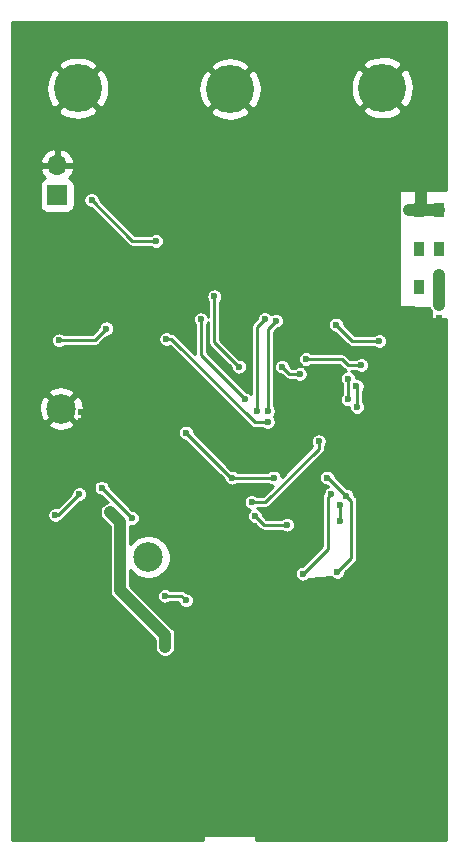
<source format=gbr>
G04 #@! TF.GenerationSoftware,KiCad,Pcbnew,(5.1.4)-1*
G04 #@! TF.CreationDate,2019-11-27T15:40:33+01:00*
G04 #@! TF.ProjectId,picoballoon,7069636f-6261-46c6-9c6f-6f6e2e6b6963,rev?*
G04 #@! TF.SameCoordinates,Original*
G04 #@! TF.FileFunction,Copper,L2,Bot*
G04 #@! TF.FilePolarity,Positive*
%FSLAX46Y46*%
G04 Gerber Fmt 4.6, Leading zero omitted, Abs format (unit mm)*
G04 Created by KiCad (PCBNEW (5.1.4)-1) date 2019-11-27 15:40:33*
%MOMM*%
%LPD*%
G04 APERTURE LIST*
%ADD10O,1.700000X1.700000*%
%ADD11R,1.700000X1.700000*%
%ADD12C,2.499360*%
%ADD13R,4.064000X4.064000*%
%ADD14R,0.950000X1.200000*%
%ADD15R,0.500000X0.600000*%
%ADD16C,4.064000*%
%ADD17C,0.600000*%
%ADD18C,1.000000*%
%ADD19C,0.250000*%
%ADD20C,0.254000*%
G04 APERTURE END LIST*
D10*
X41808400Y-34391600D03*
D11*
X41808400Y-36931600D03*
D12*
X49530000Y-67564000D03*
X42164000Y-54991000D03*
D13*
X56438800Y-89141300D03*
D14*
X74154000Y-38215500D03*
X74154000Y-41465500D03*
X74154000Y-44715500D03*
X72404000Y-44715500D03*
X72404000Y-41465500D03*
X72404000Y-38215500D03*
D15*
X74168000Y-46249500D03*
X74168000Y-47349500D03*
D16*
X43561000Y-27876500D03*
X56451500Y-27940000D03*
X69342000Y-27813000D03*
D13*
X48387000Y-89027000D03*
X64427100Y-89014300D03*
D17*
X67150000Y-38350000D03*
X50038000Y-62230000D03*
X44860000Y-65010000D03*
X45278998Y-65532000D03*
X44958000Y-66167000D03*
X45593000Y-66548000D03*
X40716200Y-67564000D03*
X41427400Y-67589400D03*
X42138600Y-67602100D03*
X40652700Y-57975500D03*
X41427400Y-57899300D03*
X42113200Y-57912000D03*
X43688000Y-51308000D03*
X43688000Y-52070000D03*
X43688000Y-52832000D03*
X43688000Y-53721000D03*
X43815000Y-55245000D03*
X43815000Y-56007000D03*
X43815000Y-56769000D03*
X43815000Y-57658000D03*
X45120000Y-58910000D03*
X45100000Y-59560000D03*
X45100000Y-60270000D03*
X52312000Y-53987000D03*
X57531000Y-46482000D03*
X53201000Y-48780000D03*
X61214000Y-60198000D03*
X67056000Y-50673000D03*
X56134000Y-58674000D03*
X40850000Y-79000000D03*
X46736000Y-71475600D03*
X49657000Y-76428600D03*
X66802000Y-47752000D03*
X68199000Y-46101000D03*
X55448200Y-86436200D03*
X55499000Y-85826600D03*
X55499000Y-85217000D03*
X55490000Y-84650000D03*
X55499000Y-84074000D03*
X55499000Y-83439000D03*
X55499000Y-82804000D03*
X55499000Y-82169000D03*
X55499000Y-81534000D03*
X55550000Y-80910000D03*
X56180000Y-80950000D03*
X56820000Y-80950000D03*
X57440000Y-81250000D03*
X57531000Y-82042000D03*
X57531000Y-82677000D03*
X57531000Y-83312000D03*
X57531000Y-83947000D03*
X57790000Y-84530000D03*
X57531000Y-85090000D03*
X57860000Y-85610000D03*
X57550000Y-86160000D03*
X58140000Y-86487000D03*
X58801000Y-86487000D03*
X59120000Y-87010000D03*
X59120000Y-87630000D03*
X59120000Y-88240000D03*
X59120000Y-88850000D03*
X59110000Y-89460000D03*
X59110000Y-90070000D03*
X59100000Y-90680000D03*
X59510000Y-91150000D03*
X54838600Y-86480000D03*
X54230000Y-86500000D03*
X53600000Y-86330000D03*
X53650000Y-87000000D03*
X53640000Y-87600000D03*
X53640000Y-88200000D03*
X53640000Y-88810000D03*
X53630000Y-89420000D03*
X53630000Y-90040000D03*
X53590000Y-90650000D03*
X61595000Y-90043000D03*
X61468000Y-88900000D03*
X61976000Y-87249000D03*
X63246000Y-85979000D03*
X66167000Y-85852000D03*
X67437000Y-86868000D03*
X67945000Y-89662000D03*
X45974000Y-85852000D03*
X44704000Y-89027000D03*
X45212000Y-90805000D03*
X45212000Y-87503000D03*
X48387000Y-85852000D03*
X51054000Y-85344000D03*
X51308000Y-87630000D03*
X51308000Y-90424000D03*
X51943000Y-88011000D03*
X43815000Y-87503000D03*
X40767000Y-80645000D03*
X45085000Y-80137000D03*
X49276000Y-80391000D03*
X53140000Y-80480000D03*
X58928000Y-79883000D03*
X40767000Y-84836000D03*
X72009000Y-90424000D03*
X72136000Y-85217000D03*
X67564000Y-84709000D03*
X71501000Y-88011000D03*
X44779500Y-44628500D03*
X43878500Y-41465500D03*
X71602600Y-38214300D03*
X70560000Y-39640000D03*
X70570000Y-40290000D03*
X70540000Y-40940000D03*
X70530000Y-41610000D03*
X70530000Y-42270000D03*
X70520000Y-42890000D03*
X70510000Y-43590000D03*
X70540000Y-44230000D03*
X70510000Y-44950000D03*
X70530000Y-45630000D03*
X70570000Y-46410000D03*
X71160000Y-46650000D03*
X71860000Y-46680000D03*
X72570000Y-46660000D03*
X73150000Y-46730000D03*
X73030000Y-47330000D03*
X73560000Y-47720000D03*
X74140000Y-47870000D03*
X70750000Y-36450000D03*
X71500000Y-36300000D03*
X72150000Y-36300000D03*
X72800000Y-36280000D03*
X74600000Y-36250000D03*
X73950000Y-36250000D03*
X73400000Y-36240000D03*
X69950000Y-39650000D03*
X69350000Y-39800000D03*
X68750000Y-40000000D03*
X68150000Y-40200000D03*
X67550000Y-40400000D03*
X66950000Y-40650000D03*
X66350000Y-40800000D03*
X65650000Y-40850000D03*
X65000000Y-40950000D03*
X64350000Y-40950000D03*
X63750000Y-41000000D03*
X63150000Y-41000000D03*
X62600000Y-41300000D03*
X62200000Y-41750000D03*
X61750000Y-42200000D03*
X61250000Y-42650000D03*
X60700000Y-43050000D03*
X60100000Y-43100000D03*
X59450000Y-43100000D03*
X59450000Y-41000000D03*
X60050000Y-40900000D03*
X60500000Y-40400000D03*
X60950000Y-39950000D03*
X61400000Y-39500000D03*
X61850000Y-39050000D03*
X62500000Y-38850000D03*
X63050000Y-38850000D03*
X63200000Y-38250000D03*
X63200000Y-37650000D03*
X63200000Y-37050000D03*
X65350000Y-38750000D03*
X65950000Y-38700000D03*
X66550000Y-38550000D03*
X67750000Y-38200000D03*
X68350000Y-38000000D03*
X68950000Y-37850000D03*
X69550000Y-37750000D03*
X70150000Y-37600000D03*
X70600000Y-37150000D03*
X63200000Y-36450000D03*
X63200000Y-35850000D03*
X65300000Y-35750000D03*
X65300000Y-36350000D03*
X65300000Y-36950000D03*
X65300000Y-37550000D03*
X65300000Y-38150000D03*
X61050000Y-34750000D03*
X61050000Y-33700000D03*
X61100000Y-32150000D03*
X62550000Y-31750000D03*
X64250000Y-31800000D03*
X65800000Y-31800000D03*
X67250000Y-31900000D03*
X67600000Y-33450000D03*
X67400000Y-35200000D03*
X66350000Y-35600000D03*
X64250000Y-34000000D03*
X64250000Y-33050000D03*
X63200000Y-35050000D03*
X65300000Y-34900000D03*
X56286400Y-42672000D03*
X46532800Y-34277300D03*
X49834800Y-34251900D03*
X39600000Y-34200000D03*
X41950000Y-31650000D03*
X38900000Y-24300000D03*
X50650000Y-27800000D03*
X63550000Y-28050000D03*
X62950000Y-24400000D03*
X49500000Y-24150000D03*
X72950000Y-24250000D03*
X73500000Y-32650000D03*
X48650000Y-31200000D03*
X55550000Y-32050000D03*
X54600000Y-38300000D03*
X52750000Y-36000000D03*
X54050000Y-34700000D03*
X59600000Y-31100000D03*
X39150000Y-30200000D03*
X41750000Y-23400000D03*
X64500000Y-43400000D03*
X68400000Y-42800000D03*
X69350000Y-46750000D03*
X72400000Y-48450000D03*
X74000000Y-51700000D03*
X73300000Y-54900000D03*
X74200000Y-57800000D03*
X72550000Y-60500000D03*
X73650000Y-63450000D03*
X72700000Y-65250000D03*
X70450000Y-64600000D03*
X70600000Y-68750000D03*
X73200000Y-70300000D03*
X73850000Y-73150000D03*
X74000000Y-68050000D03*
X70900000Y-72800000D03*
X73900000Y-76150000D03*
X72350000Y-75500000D03*
X70950000Y-77900000D03*
X72300000Y-80900000D03*
X74000000Y-82500000D03*
X73950000Y-89250000D03*
X46500000Y-83100000D03*
X50200000Y-83050000D03*
X41200000Y-89100000D03*
X42750000Y-85000000D03*
X39400000Y-87550000D03*
X44900000Y-68300000D03*
X39450000Y-68250000D03*
X43434000Y-63687002D03*
X39700000Y-55800000D03*
X40050000Y-52000000D03*
X42050000Y-52000000D03*
X38709600Y-76225400D03*
X38735000Y-72301100D03*
X38709600Y-69938900D03*
X41884600Y-68656200D03*
X39395400Y-83032600D03*
X43611800Y-82486500D03*
X56222900Y-42062400D03*
X56248300Y-41465500D03*
X56730900Y-40995600D03*
X56476900Y-68262500D03*
X45571858Y-61694698D03*
X48133000Y-64262000D03*
X43688000Y-62230000D03*
X41656000Y-64008000D03*
X60134500Y-60833000D03*
X52705000Y-57023000D03*
X56616600Y-60833000D03*
X46291500Y-63766700D03*
X50939700Y-75145900D03*
X67564000Y-51308000D03*
X62865000Y-50800000D03*
X69088000Y-49276000D03*
X65405000Y-47879000D03*
X67183000Y-54864000D03*
X67150977Y-53074216D03*
X62340000Y-52050000D03*
X60860000Y-51450000D03*
X57190000Y-51440000D03*
X55120000Y-45500000D03*
X50190000Y-40790000D03*
X44720000Y-37330000D03*
X45974000Y-48212500D03*
X41973500Y-49212500D03*
X51054000Y-49085500D03*
X59626500Y-56134000D03*
X60350400Y-47548800D03*
X59639200Y-55219600D03*
X59375506Y-47426437D03*
X58724800Y-55168800D03*
X53975000Y-47434500D03*
X57721500Y-54215000D03*
X58562258Y-64068942D03*
X61268261Y-64819151D03*
X58267600Y-62890400D03*
X63957200Y-57759600D03*
X65024000Y-62194001D03*
X62611000Y-68961000D03*
X50927000Y-70840600D03*
X52705000Y-71221600D03*
X65532000Y-68834000D03*
X66294000Y-62357000D03*
X64653000Y-60833000D03*
X66421000Y-54215000D03*
X66421000Y-52449216D03*
X65786000Y-63119285D03*
X65786000Y-64516000D03*
D18*
X72404000Y-38215500D02*
X74154000Y-38215500D01*
X72269200Y-38215500D02*
X71640700Y-38215500D01*
X71775500Y-38215500D02*
X71770000Y-38210000D01*
X72580000Y-38215500D02*
X72580000Y-36615500D01*
X72580000Y-36615500D02*
X72580000Y-36260000D01*
X72580000Y-36260000D02*
X72580000Y-36260000D01*
X72580000Y-36260000D02*
X72580000Y-34190000D01*
D19*
X45571858Y-61694698D02*
X48133000Y-64255840D01*
X48133000Y-64255840D02*
X48133000Y-64262000D01*
X43688000Y-62230000D02*
X41910000Y-64008000D01*
X41910000Y-64008000D02*
X41656000Y-64008000D01*
X56515000Y-60833000D02*
X52705000Y-57023000D01*
X60134500Y-60833000D02*
X56616600Y-60833000D01*
X56616600Y-60833000D02*
X56515000Y-60833000D01*
D18*
X50939700Y-74199298D02*
X50939700Y-75145900D01*
X47132999Y-70392597D02*
X50939700Y-74199298D01*
X46291500Y-63766700D02*
X47132999Y-64608199D01*
X47132999Y-64608199D02*
X47132999Y-70392597D01*
D19*
X65913000Y-50800000D02*
X62865000Y-50800000D01*
X67564000Y-51308000D02*
X66421000Y-51308000D01*
X66421000Y-51308000D02*
X65913000Y-50800000D01*
X69088000Y-49276000D02*
X66802000Y-49276000D01*
X66802000Y-49276000D02*
X65405000Y-47879000D01*
X67183000Y-54864000D02*
X67183000Y-53106239D01*
X67183000Y-53106239D02*
X67150977Y-53074216D01*
X62340000Y-52050000D02*
X61460000Y-52050000D01*
X61460000Y-52050000D02*
X60860000Y-51450000D01*
X57190000Y-51440000D02*
X55120000Y-49370000D01*
X55120000Y-49370000D02*
X55120000Y-45500000D01*
X50190000Y-40790000D02*
X48180000Y-40790000D01*
X48180000Y-40790000D02*
X44720000Y-37330000D01*
X45974000Y-48212500D02*
X44974000Y-49212500D01*
X44974000Y-49212500D02*
X41973500Y-49212500D01*
X58526764Y-56134000D02*
X59626500Y-56134000D01*
X51054000Y-49085500D02*
X51478264Y-49085500D01*
X51478264Y-49085500D02*
X58526764Y-56134000D01*
X60350400Y-47548800D02*
X59639200Y-48260000D01*
X59639200Y-48260000D02*
X59639200Y-55219600D01*
X59375506Y-47426437D02*
X58724800Y-48077143D01*
X58724800Y-48077143D02*
X58724800Y-55168800D01*
X53975000Y-47434500D02*
X53975000Y-50419000D01*
X53975000Y-50419000D02*
X57721500Y-54165500D01*
X57721500Y-54165500D02*
X57721500Y-54215000D01*
X58562258Y-64068942D02*
X59312467Y-64819151D01*
X59312467Y-64819151D02*
X61268261Y-64819151D01*
X63957200Y-58379802D02*
X63957200Y-57759600D01*
X58267600Y-62890400D02*
X59446602Y-62890400D01*
X59446602Y-62890400D02*
X63957200Y-58379802D01*
X64724001Y-66847999D02*
X62611000Y-68961000D01*
X65024000Y-62194001D02*
X64724001Y-62494000D01*
X64724001Y-62494000D02*
X64724001Y-66847999D01*
X50927000Y-70840600D02*
X52324000Y-70840600D01*
X52324000Y-70840600D02*
X52705000Y-71221600D01*
X66714733Y-62777733D02*
X66294000Y-62357000D01*
X65532000Y-68834000D02*
X66714733Y-67651267D01*
X66714733Y-67651267D02*
X66714733Y-62777733D01*
X64770000Y-60833000D02*
X66294000Y-62357000D01*
X64653000Y-60833000D02*
X64770000Y-60833000D01*
X66421000Y-54215000D02*
X66421000Y-52449216D01*
X65786000Y-63119285D02*
X65786000Y-64516000D01*
D18*
X74168000Y-44729500D02*
X74154000Y-44715500D01*
X74168000Y-46249500D02*
X74168000Y-44729500D01*
X74180700Y-44844950D02*
X74180700Y-43679050D01*
D20*
G36*
X74753000Y-36521870D02*
G01*
X70914327Y-36512000D01*
X70889404Y-36514404D01*
X70865569Y-36521597D01*
X70843596Y-36533301D01*
X70824328Y-36549067D01*
X70808506Y-36568289D01*
X70796738Y-36590229D01*
X70789476Y-36614043D01*
X70787000Y-36638816D01*
X70773000Y-46289816D01*
X70775257Y-46313836D01*
X70782304Y-46337714D01*
X70793874Y-46359758D01*
X70809522Y-46379122D01*
X70828648Y-46395061D01*
X70850515Y-46406963D01*
X70874284Y-46414369D01*
X70899042Y-46416996D01*
X73303673Y-46435144D01*
X73350125Y-46588274D01*
X73427329Y-46732713D01*
X73433007Y-47286302D01*
X73435288Y-47308998D01*
X73442366Y-47332867D01*
X73453964Y-47354896D01*
X73469638Y-47374240D01*
X73488784Y-47390154D01*
X73510667Y-47402027D01*
X73534446Y-47409402D01*
X73559206Y-47411998D01*
X74753000Y-47419459D01*
X74753001Y-91517000D01*
X58646267Y-91517000D01*
X58661084Y-91263253D01*
X58658933Y-91231445D01*
X58651777Y-91207600D01*
X58640107Y-91185608D01*
X58624370Y-91166316D01*
X58605172Y-91150464D01*
X58583251Y-91138663D01*
X58559448Y-91131365D01*
X58534679Y-91128851D01*
X54280179Y-91116151D01*
X54246384Y-91120625D01*
X54223123Y-91129498D01*
X54202039Y-91142739D01*
X54183944Y-91159839D01*
X54169533Y-91180140D01*
X54144133Y-91224590D01*
X54134342Y-91246186D01*
X54128570Y-91270404D01*
X54127633Y-91295283D01*
X54141070Y-91517000D01*
X38023000Y-91517000D01*
X38023000Y-63940927D01*
X40975000Y-63940927D01*
X40975000Y-64075073D01*
X41001171Y-64206640D01*
X41052506Y-64330574D01*
X41127033Y-64442112D01*
X41221888Y-64536967D01*
X41333426Y-64611494D01*
X41457360Y-64662829D01*
X41588927Y-64689000D01*
X41723073Y-64689000D01*
X41854640Y-64662829D01*
X41978574Y-64611494D01*
X42090112Y-64536967D01*
X42184967Y-64442112D01*
X42192642Y-64430625D01*
X42269527Y-64367527D01*
X42285376Y-64348215D01*
X43722592Y-62911000D01*
X43755073Y-62911000D01*
X43886640Y-62884829D01*
X44010574Y-62833494D01*
X44122112Y-62758967D01*
X44216967Y-62664112D01*
X44291494Y-62552574D01*
X44342829Y-62428640D01*
X44369000Y-62297073D01*
X44369000Y-62162927D01*
X44342829Y-62031360D01*
X44291494Y-61907426D01*
X44216967Y-61795888D01*
X44122112Y-61701033D01*
X44012249Y-61627625D01*
X44890858Y-61627625D01*
X44890858Y-61761771D01*
X44917029Y-61893338D01*
X44968364Y-62017272D01*
X45042891Y-62128810D01*
X45137746Y-62223665D01*
X45249284Y-62298192D01*
X45373218Y-62349527D01*
X45504785Y-62375698D01*
X45537267Y-62375698D01*
X46073698Y-62912129D01*
X45952726Y-62948825D01*
X45799675Y-63030632D01*
X45665526Y-63140726D01*
X45555432Y-63274875D01*
X45473625Y-63427926D01*
X45423249Y-63593995D01*
X45406238Y-63766700D01*
X45423249Y-63939405D01*
X45473625Y-64105474D01*
X45555432Y-64258525D01*
X45637941Y-64359062D01*
X46251999Y-64973121D01*
X46252000Y-70349317D01*
X46247737Y-70392597D01*
X46262315Y-70540600D01*
X46264748Y-70565303D01*
X46280030Y-70615679D01*
X46315124Y-70731371D01*
X46396931Y-70884422D01*
X46442373Y-70939793D01*
X46507025Y-71018572D01*
X46540639Y-71046158D01*
X50058700Y-74564220D01*
X50058701Y-75189173D01*
X50071449Y-75318606D01*
X50121826Y-75484675D01*
X50203633Y-75637725D01*
X50313726Y-75771875D01*
X50447876Y-75881968D01*
X50600926Y-75963775D01*
X50766995Y-76014152D01*
X50939700Y-76031162D01*
X51112406Y-76014152D01*
X51278475Y-75963775D01*
X51431525Y-75881968D01*
X51565675Y-75771875D01*
X51675768Y-75637725D01*
X51757575Y-75484675D01*
X51807952Y-75318606D01*
X51820700Y-75189173D01*
X51820700Y-74242567D01*
X51824962Y-74199297D01*
X51820700Y-74156025D01*
X51807952Y-74026592D01*
X51757575Y-73860523D01*
X51675769Y-73707474D01*
X51675768Y-73707472D01*
X51593259Y-73606935D01*
X51565675Y-73573323D01*
X51532062Y-73545738D01*
X48759851Y-70773527D01*
X50246000Y-70773527D01*
X50246000Y-70907673D01*
X50272171Y-71039240D01*
X50323506Y-71163174D01*
X50398033Y-71274712D01*
X50492888Y-71369567D01*
X50604426Y-71444094D01*
X50728360Y-71495429D01*
X50859927Y-71521600D01*
X50994073Y-71521600D01*
X51125640Y-71495429D01*
X51249574Y-71444094D01*
X51361112Y-71369567D01*
X51384079Y-71346600D01*
X52035523Y-71346600D01*
X52050171Y-71420240D01*
X52101506Y-71544174D01*
X52176033Y-71655712D01*
X52270888Y-71750567D01*
X52382426Y-71825094D01*
X52506360Y-71876429D01*
X52637927Y-71902600D01*
X52772073Y-71902600D01*
X52903640Y-71876429D01*
X53027574Y-71825094D01*
X53139112Y-71750567D01*
X53233967Y-71655712D01*
X53308494Y-71544174D01*
X53359829Y-71420240D01*
X53386000Y-71288673D01*
X53386000Y-71154527D01*
X53359829Y-71022960D01*
X53308494Y-70899026D01*
X53233967Y-70787488D01*
X53139112Y-70692633D01*
X53027574Y-70618106D01*
X52903640Y-70566771D01*
X52772073Y-70540600D01*
X52739591Y-70540600D01*
X52699376Y-70500385D01*
X52683527Y-70481073D01*
X52606479Y-70417841D01*
X52518575Y-70370855D01*
X52423193Y-70341922D01*
X52348854Y-70334600D01*
X52348846Y-70334600D01*
X52324000Y-70332153D01*
X52299154Y-70334600D01*
X51384079Y-70334600D01*
X51361112Y-70311633D01*
X51249574Y-70237106D01*
X51125640Y-70185771D01*
X50994073Y-70159600D01*
X50859927Y-70159600D01*
X50728360Y-70185771D01*
X50604426Y-70237106D01*
X50492888Y-70311633D01*
X50398033Y-70406488D01*
X50323506Y-70518026D01*
X50272171Y-70641960D01*
X50246000Y-70773527D01*
X48759851Y-70773527D01*
X48013999Y-70027676D01*
X48013999Y-68673078D01*
X48072288Y-68760313D01*
X48333687Y-69021712D01*
X48641059Y-69227092D01*
X48982593Y-69368560D01*
X49345163Y-69440680D01*
X49714837Y-69440680D01*
X50077407Y-69368560D01*
X50418941Y-69227092D01*
X50726313Y-69021712D01*
X50854098Y-68893927D01*
X61930000Y-68893927D01*
X61930000Y-69028073D01*
X61956171Y-69159640D01*
X62007506Y-69283574D01*
X62082033Y-69395112D01*
X62176888Y-69489967D01*
X62288426Y-69564494D01*
X62412360Y-69615829D01*
X62543927Y-69642000D01*
X62678073Y-69642000D01*
X62809640Y-69615829D01*
X62933574Y-69564494D01*
X63045112Y-69489967D01*
X63101828Y-69433251D01*
X64987386Y-69244695D01*
X65003033Y-69268112D01*
X65097888Y-69362967D01*
X65209426Y-69437494D01*
X65333360Y-69488829D01*
X65464927Y-69515000D01*
X65599073Y-69515000D01*
X65730640Y-69488829D01*
X65854574Y-69437494D01*
X65966112Y-69362967D01*
X66060967Y-69268112D01*
X66135494Y-69156574D01*
X66186829Y-69032640D01*
X66213000Y-68901073D01*
X66213000Y-68868591D01*
X67054953Y-68026639D01*
X67074260Y-68010794D01*
X67137492Y-67933746D01*
X67184478Y-67845842D01*
X67213411Y-67750460D01*
X67220733Y-67676121D01*
X67220733Y-67676114D01*
X67223180Y-67651268D01*
X67220733Y-67626422D01*
X67220733Y-62802578D01*
X67223180Y-62777732D01*
X67220733Y-62752886D01*
X67220733Y-62752879D01*
X67213411Y-62678540D01*
X67209035Y-62664112D01*
X67201562Y-62639478D01*
X67184478Y-62583158D01*
X67137492Y-62495254D01*
X67074260Y-62418206D01*
X67054953Y-62402361D01*
X66975000Y-62322408D01*
X66975000Y-62289927D01*
X66948829Y-62158360D01*
X66897494Y-62034426D01*
X66822967Y-61922888D01*
X66728112Y-61828033D01*
X66616574Y-61753506D01*
X66492640Y-61702171D01*
X66361073Y-61676000D01*
X66328592Y-61676000D01*
X65313013Y-60660422D01*
X65307829Y-60634360D01*
X65256494Y-60510426D01*
X65181967Y-60398888D01*
X65087112Y-60304033D01*
X64975574Y-60229506D01*
X64851640Y-60178171D01*
X64720073Y-60152000D01*
X64585927Y-60152000D01*
X64454360Y-60178171D01*
X64330426Y-60229506D01*
X64218888Y-60304033D01*
X64124033Y-60398888D01*
X64049506Y-60510426D01*
X63998171Y-60634360D01*
X63972000Y-60765927D01*
X63972000Y-60900073D01*
X63998171Y-61031640D01*
X64049506Y-61155574D01*
X64124033Y-61267112D01*
X64218888Y-61361967D01*
X64330426Y-61436494D01*
X64454360Y-61487829D01*
X64585927Y-61514000D01*
X64720073Y-61514000D01*
X64732864Y-61511456D01*
X64779554Y-61558145D01*
X64701426Y-61590507D01*
X64589888Y-61665034D01*
X64495033Y-61759889D01*
X64420506Y-61871427D01*
X64369171Y-61995361D01*
X64343000Y-62126928D01*
X64343000Y-62160639D01*
X64301242Y-62211521D01*
X64254256Y-62299426D01*
X64225323Y-62394808D01*
X64218001Y-62469147D01*
X64218001Y-62469154D01*
X64215554Y-62494000D01*
X64218001Y-62518846D01*
X64218002Y-66638406D01*
X62576409Y-68280000D01*
X62543927Y-68280000D01*
X62412360Y-68306171D01*
X62288426Y-68357506D01*
X62176888Y-68432033D01*
X62082033Y-68526888D01*
X62007506Y-68638426D01*
X61956171Y-68762360D01*
X61930000Y-68893927D01*
X50854098Y-68893927D01*
X50987712Y-68760313D01*
X51193092Y-68452941D01*
X51334560Y-68111407D01*
X51406680Y-67748837D01*
X51406680Y-67379163D01*
X51334560Y-67016593D01*
X51193092Y-66675059D01*
X50987712Y-66367687D01*
X50726313Y-66106288D01*
X50418941Y-65900908D01*
X50077407Y-65759440D01*
X49714837Y-65687320D01*
X49345163Y-65687320D01*
X48982593Y-65759440D01*
X48641059Y-65900908D01*
X48333687Y-66106288D01*
X48072288Y-66367687D01*
X48013999Y-66454922D01*
X48013999Y-64932671D01*
X48065927Y-64943000D01*
X48200073Y-64943000D01*
X48331640Y-64916829D01*
X48455574Y-64865494D01*
X48567112Y-64790967D01*
X48661967Y-64696112D01*
X48736494Y-64584574D01*
X48787829Y-64460640D01*
X48814000Y-64329073D01*
X48814000Y-64194927D01*
X48787829Y-64063360D01*
X48736494Y-63939426D01*
X48661967Y-63827888D01*
X48567112Y-63733033D01*
X48455574Y-63658506D01*
X48331640Y-63607171D01*
X48200073Y-63581000D01*
X48173752Y-63581000D01*
X46252858Y-61660107D01*
X46252858Y-61627625D01*
X46226687Y-61496058D01*
X46175352Y-61372124D01*
X46100825Y-61260586D01*
X46005970Y-61165731D01*
X45894432Y-61091204D01*
X45770498Y-61039869D01*
X45638931Y-61013698D01*
X45504785Y-61013698D01*
X45373218Y-61039869D01*
X45249284Y-61091204D01*
X45137746Y-61165731D01*
X45042891Y-61260586D01*
X44968364Y-61372124D01*
X44917029Y-61496058D01*
X44890858Y-61627625D01*
X44012249Y-61627625D01*
X44010574Y-61626506D01*
X43886640Y-61575171D01*
X43755073Y-61549000D01*
X43620927Y-61549000D01*
X43489360Y-61575171D01*
X43365426Y-61626506D01*
X43253888Y-61701033D01*
X43159033Y-61795888D01*
X43084506Y-61907426D01*
X43033171Y-62031360D01*
X43007000Y-62162927D01*
X43007000Y-62195408D01*
X41850134Y-63352275D01*
X41723073Y-63327000D01*
X41588927Y-63327000D01*
X41457360Y-63353171D01*
X41333426Y-63404506D01*
X41221888Y-63479033D01*
X41127033Y-63573888D01*
X41052506Y-63685426D01*
X41001171Y-63809360D01*
X40975000Y-63940927D01*
X38023000Y-63940927D01*
X38023000Y-56955927D01*
X52024000Y-56955927D01*
X52024000Y-57090073D01*
X52050171Y-57221640D01*
X52101506Y-57345574D01*
X52176033Y-57457112D01*
X52270888Y-57551967D01*
X52382426Y-57626494D01*
X52506360Y-57677829D01*
X52637927Y-57704000D01*
X52670409Y-57704000D01*
X55952763Y-60986355D01*
X55961771Y-61031640D01*
X56013106Y-61155574D01*
X56087633Y-61267112D01*
X56182488Y-61361967D01*
X56294026Y-61436494D01*
X56417960Y-61487829D01*
X56549527Y-61514000D01*
X56683673Y-61514000D01*
X56815240Y-61487829D01*
X56939174Y-61436494D01*
X57050712Y-61361967D01*
X57073679Y-61339000D01*
X59677421Y-61339000D01*
X59700388Y-61361967D01*
X59811926Y-61436494D01*
X59935860Y-61487829D01*
X60067427Y-61514000D01*
X60107411Y-61514000D01*
X59237011Y-62384400D01*
X58724679Y-62384400D01*
X58701712Y-62361433D01*
X58590174Y-62286906D01*
X58466240Y-62235571D01*
X58334673Y-62209400D01*
X58200527Y-62209400D01*
X58068960Y-62235571D01*
X57945026Y-62286906D01*
X57833488Y-62361433D01*
X57738633Y-62456288D01*
X57664106Y-62567826D01*
X57612771Y-62691760D01*
X57586600Y-62823327D01*
X57586600Y-62957473D01*
X57612771Y-63089040D01*
X57664106Y-63212974D01*
X57738633Y-63324512D01*
X57833488Y-63419367D01*
X57945026Y-63493894D01*
X58068960Y-63545229D01*
X58113944Y-63554177D01*
X58033291Y-63634830D01*
X57958764Y-63746368D01*
X57907429Y-63870302D01*
X57881258Y-64001869D01*
X57881258Y-64136015D01*
X57907429Y-64267582D01*
X57958764Y-64391516D01*
X58033291Y-64503054D01*
X58128146Y-64597909D01*
X58239684Y-64672436D01*
X58363618Y-64723771D01*
X58495185Y-64749942D01*
X58527667Y-64749942D01*
X58937095Y-65159371D01*
X58952940Y-65178678D01*
X59029988Y-65241910D01*
X59117892Y-65288896D01*
X59213274Y-65317829D01*
X59312467Y-65327599D01*
X59337321Y-65325151D01*
X60811182Y-65325151D01*
X60834149Y-65348118D01*
X60945687Y-65422645D01*
X61069621Y-65473980D01*
X61201188Y-65500151D01*
X61335334Y-65500151D01*
X61466901Y-65473980D01*
X61590835Y-65422645D01*
X61702373Y-65348118D01*
X61797228Y-65253263D01*
X61871755Y-65141725D01*
X61923090Y-65017791D01*
X61949261Y-64886224D01*
X61949261Y-64752078D01*
X61923090Y-64620511D01*
X61871755Y-64496577D01*
X61797228Y-64385039D01*
X61702373Y-64290184D01*
X61590835Y-64215657D01*
X61466901Y-64164322D01*
X61335334Y-64138151D01*
X61201188Y-64138151D01*
X61069621Y-64164322D01*
X60945687Y-64215657D01*
X60834149Y-64290184D01*
X60811182Y-64313151D01*
X59522059Y-64313151D01*
X59243258Y-64034351D01*
X59243258Y-64001869D01*
X59217087Y-63870302D01*
X59165752Y-63746368D01*
X59091225Y-63634830D01*
X58996370Y-63539975D01*
X58884832Y-63465448D01*
X58760898Y-63414113D01*
X58715914Y-63405165D01*
X58724679Y-63396400D01*
X59421756Y-63396400D01*
X59446602Y-63398847D01*
X59471448Y-63396400D01*
X59471456Y-63396400D01*
X59545795Y-63389078D01*
X59641177Y-63360145D01*
X59729081Y-63313159D01*
X59806129Y-63249927D01*
X59821978Y-63230615D01*
X64297420Y-58755174D01*
X64316727Y-58739329D01*
X64379959Y-58662281D01*
X64426945Y-58574377D01*
X64455878Y-58478995D01*
X64463200Y-58404656D01*
X64463200Y-58404655D01*
X64465648Y-58379802D01*
X64463200Y-58354948D01*
X64463200Y-58216679D01*
X64486167Y-58193712D01*
X64560694Y-58082174D01*
X64612029Y-57958240D01*
X64638200Y-57826673D01*
X64638200Y-57692527D01*
X64612029Y-57560960D01*
X64560694Y-57437026D01*
X64486167Y-57325488D01*
X64391312Y-57230633D01*
X64279774Y-57156106D01*
X64155840Y-57104771D01*
X64024273Y-57078600D01*
X63890127Y-57078600D01*
X63758560Y-57104771D01*
X63634626Y-57156106D01*
X63523088Y-57230633D01*
X63428233Y-57325488D01*
X63353706Y-57437026D01*
X63302371Y-57560960D01*
X63276200Y-57692527D01*
X63276200Y-57826673D01*
X63302371Y-57958240D01*
X63353706Y-58082174D01*
X63428019Y-58193391D01*
X60815500Y-60805911D01*
X60815500Y-60765927D01*
X60789329Y-60634360D01*
X60737994Y-60510426D01*
X60663467Y-60398888D01*
X60568612Y-60304033D01*
X60457074Y-60229506D01*
X60333140Y-60178171D01*
X60201573Y-60152000D01*
X60067427Y-60152000D01*
X59935860Y-60178171D01*
X59811926Y-60229506D01*
X59700388Y-60304033D01*
X59677421Y-60327000D01*
X57073679Y-60327000D01*
X57050712Y-60304033D01*
X56939174Y-60229506D01*
X56815240Y-60178171D01*
X56683673Y-60152000D01*
X56549592Y-60152000D01*
X53386000Y-56988409D01*
X53386000Y-56955927D01*
X53359829Y-56824360D01*
X53308494Y-56700426D01*
X53233967Y-56588888D01*
X53139112Y-56494033D01*
X53027574Y-56419506D01*
X52903640Y-56368171D01*
X52772073Y-56342000D01*
X52637927Y-56342000D01*
X52506360Y-56368171D01*
X52382426Y-56419506D01*
X52270888Y-56494033D01*
X52176033Y-56588888D01*
X52101506Y-56700426D01*
X52050171Y-56824360D01*
X52024000Y-56955927D01*
X38023000Y-56955927D01*
X38023000Y-56304377D01*
X41030229Y-56304377D01*
X41156104Y-56594315D01*
X41488262Y-56760139D01*
X41846387Y-56857975D01*
X42216719Y-56884065D01*
X42585025Y-56837405D01*
X42937151Y-56719789D01*
X43171896Y-56594315D01*
X43297771Y-56304377D01*
X42164000Y-55170605D01*
X41030229Y-56304377D01*
X38023000Y-56304377D01*
X38023000Y-55043719D01*
X40270935Y-55043719D01*
X40317595Y-55412025D01*
X40435211Y-55764151D01*
X40560685Y-55998896D01*
X40850623Y-56124771D01*
X41984395Y-54991000D01*
X42343605Y-54991000D01*
X43477377Y-56124771D01*
X43767315Y-55998896D01*
X43933139Y-55666738D01*
X44030975Y-55308613D01*
X44057065Y-54938281D01*
X44010405Y-54569975D01*
X43892789Y-54217849D01*
X43767315Y-53983104D01*
X43477377Y-53857229D01*
X42343605Y-54991000D01*
X41984395Y-54991000D01*
X40850623Y-53857229D01*
X40560685Y-53983104D01*
X40394861Y-54315262D01*
X40297025Y-54673387D01*
X40270935Y-55043719D01*
X38023000Y-55043719D01*
X38023000Y-53677623D01*
X41030229Y-53677623D01*
X42164000Y-54811395D01*
X43297771Y-53677623D01*
X43171896Y-53387685D01*
X42839738Y-53221861D01*
X42481613Y-53124025D01*
X42111281Y-53097935D01*
X41742975Y-53144595D01*
X41390849Y-53262211D01*
X41156104Y-53387685D01*
X41030229Y-53677623D01*
X38023000Y-53677623D01*
X38023000Y-49145427D01*
X41292500Y-49145427D01*
X41292500Y-49279573D01*
X41318671Y-49411140D01*
X41370006Y-49535074D01*
X41444533Y-49646612D01*
X41539388Y-49741467D01*
X41650926Y-49815994D01*
X41774860Y-49867329D01*
X41906427Y-49893500D01*
X42040573Y-49893500D01*
X42172140Y-49867329D01*
X42296074Y-49815994D01*
X42407612Y-49741467D01*
X42430579Y-49718500D01*
X44949154Y-49718500D01*
X44974000Y-49720947D01*
X44998846Y-49718500D01*
X44998854Y-49718500D01*
X45073193Y-49711178D01*
X45168575Y-49682245D01*
X45256479Y-49635259D01*
X45333527Y-49572027D01*
X45349376Y-49552715D01*
X45883664Y-49018427D01*
X50373000Y-49018427D01*
X50373000Y-49152573D01*
X50399171Y-49284140D01*
X50450506Y-49408074D01*
X50525033Y-49519612D01*
X50619888Y-49614467D01*
X50731426Y-49688994D01*
X50855360Y-49740329D01*
X50986927Y-49766500D01*
X51121073Y-49766500D01*
X51252640Y-49740329D01*
X51369215Y-49692042D01*
X58151392Y-56474220D01*
X58167237Y-56493527D01*
X58244285Y-56556759D01*
X58332189Y-56603745D01*
X58405371Y-56625944D01*
X58427570Y-56632678D01*
X58437458Y-56633652D01*
X58501910Y-56640000D01*
X58501917Y-56640000D01*
X58526763Y-56642447D01*
X58551609Y-56640000D01*
X59169421Y-56640000D01*
X59192388Y-56662967D01*
X59303926Y-56737494D01*
X59427860Y-56788829D01*
X59559427Y-56815000D01*
X59693573Y-56815000D01*
X59825140Y-56788829D01*
X59949074Y-56737494D01*
X60060612Y-56662967D01*
X60155467Y-56568112D01*
X60229994Y-56456574D01*
X60281329Y-56332640D01*
X60307500Y-56201073D01*
X60307500Y-56066927D01*
X60281329Y-55935360D01*
X60229994Y-55811426D01*
X60155467Y-55699888D01*
X60138729Y-55683150D01*
X60168167Y-55653712D01*
X60242694Y-55542174D01*
X60294029Y-55418240D01*
X60320200Y-55286673D01*
X60320200Y-55152527D01*
X60294029Y-55020960D01*
X60242694Y-54897026D01*
X60168167Y-54785488D01*
X60145200Y-54762521D01*
X60145200Y-51382927D01*
X60179000Y-51382927D01*
X60179000Y-51517073D01*
X60205171Y-51648640D01*
X60256506Y-51772574D01*
X60331033Y-51884112D01*
X60425888Y-51978967D01*
X60537426Y-52053494D01*
X60661360Y-52104829D01*
X60792927Y-52131000D01*
X60825408Y-52131000D01*
X61084628Y-52390220D01*
X61100473Y-52409527D01*
X61177521Y-52472759D01*
X61258959Y-52516289D01*
X61265425Y-52519745D01*
X61360806Y-52548678D01*
X61370694Y-52549652D01*
X61435146Y-52556000D01*
X61435153Y-52556000D01*
X61459999Y-52558447D01*
X61484845Y-52556000D01*
X61882921Y-52556000D01*
X61905888Y-52578967D01*
X62017426Y-52653494D01*
X62141360Y-52704829D01*
X62272927Y-52731000D01*
X62407073Y-52731000D01*
X62538640Y-52704829D01*
X62662574Y-52653494D01*
X62774112Y-52578967D01*
X62868967Y-52484112D01*
X62943494Y-52372574D01*
X62994829Y-52248640D01*
X63021000Y-52117073D01*
X63021000Y-51982927D01*
X62994829Y-51851360D01*
X62943494Y-51727426D01*
X62868967Y-51615888D01*
X62774112Y-51521033D01*
X62678706Y-51457285D01*
X62797927Y-51481000D01*
X62932073Y-51481000D01*
X63063640Y-51454829D01*
X63187574Y-51403494D01*
X63299112Y-51328967D01*
X63322079Y-51306000D01*
X65703409Y-51306000D01*
X66045628Y-51648220D01*
X66061473Y-51667527D01*
X66138521Y-51730759D01*
X66226425Y-51777745D01*
X66257950Y-51787308D01*
X66222360Y-51794387D01*
X66098426Y-51845722D01*
X65986888Y-51920249D01*
X65892033Y-52015104D01*
X65817506Y-52126642D01*
X65766171Y-52250576D01*
X65740000Y-52382143D01*
X65740000Y-52516289D01*
X65766171Y-52647856D01*
X65817506Y-52771790D01*
X65892033Y-52883328D01*
X65915001Y-52906296D01*
X65915000Y-53757921D01*
X65892033Y-53780888D01*
X65817506Y-53892426D01*
X65766171Y-54016360D01*
X65740000Y-54147927D01*
X65740000Y-54282073D01*
X65766171Y-54413640D01*
X65817506Y-54537574D01*
X65892033Y-54649112D01*
X65986888Y-54743967D01*
X66098426Y-54818494D01*
X66222360Y-54869829D01*
X66353927Y-54896000D01*
X66488073Y-54896000D01*
X66502000Y-54893230D01*
X66502000Y-54931073D01*
X66528171Y-55062640D01*
X66579506Y-55186574D01*
X66654033Y-55298112D01*
X66748888Y-55392967D01*
X66860426Y-55467494D01*
X66984360Y-55518829D01*
X67115927Y-55545000D01*
X67250073Y-55545000D01*
X67381640Y-55518829D01*
X67505574Y-55467494D01*
X67617112Y-55392967D01*
X67711967Y-55298112D01*
X67786494Y-55186574D01*
X67837829Y-55062640D01*
X67864000Y-54931073D01*
X67864000Y-54796927D01*
X67837829Y-54665360D01*
X67786494Y-54541426D01*
X67711967Y-54429888D01*
X67689000Y-54406921D01*
X67689000Y-53494775D01*
X67754471Y-53396790D01*
X67805806Y-53272856D01*
X67831977Y-53141289D01*
X67831977Y-53007143D01*
X67805806Y-52875576D01*
X67754471Y-52751642D01*
X67679944Y-52640104D01*
X67585089Y-52545249D01*
X67473551Y-52470722D01*
X67349617Y-52419387D01*
X67218050Y-52393216D01*
X67102000Y-52393216D01*
X67102000Y-52382143D01*
X67075829Y-52250576D01*
X67024494Y-52126642D01*
X66949967Y-52015104D01*
X66855112Y-51920249D01*
X66743574Y-51845722D01*
X66666990Y-51814000D01*
X67106921Y-51814000D01*
X67129888Y-51836967D01*
X67241426Y-51911494D01*
X67365360Y-51962829D01*
X67496927Y-51989000D01*
X67631073Y-51989000D01*
X67762640Y-51962829D01*
X67886574Y-51911494D01*
X67998112Y-51836967D01*
X68092967Y-51742112D01*
X68167494Y-51630574D01*
X68218829Y-51506640D01*
X68245000Y-51375073D01*
X68245000Y-51240927D01*
X68218829Y-51109360D01*
X68167494Y-50985426D01*
X68092967Y-50873888D01*
X67998112Y-50779033D01*
X67886574Y-50704506D01*
X67762640Y-50653171D01*
X67631073Y-50627000D01*
X67496927Y-50627000D01*
X67365360Y-50653171D01*
X67241426Y-50704506D01*
X67129888Y-50779033D01*
X67106921Y-50802000D01*
X66630592Y-50802000D01*
X66288376Y-50459785D01*
X66272527Y-50440473D01*
X66195479Y-50377241D01*
X66107575Y-50330255D01*
X66012193Y-50301322D01*
X65937854Y-50294000D01*
X65937846Y-50294000D01*
X65913000Y-50291553D01*
X65888154Y-50294000D01*
X63322079Y-50294000D01*
X63299112Y-50271033D01*
X63187574Y-50196506D01*
X63063640Y-50145171D01*
X62932073Y-50119000D01*
X62797927Y-50119000D01*
X62666360Y-50145171D01*
X62542426Y-50196506D01*
X62430888Y-50271033D01*
X62336033Y-50365888D01*
X62261506Y-50477426D01*
X62210171Y-50601360D01*
X62184000Y-50732927D01*
X62184000Y-50867073D01*
X62210171Y-50998640D01*
X62261506Y-51122574D01*
X62336033Y-51234112D01*
X62430888Y-51328967D01*
X62526294Y-51392715D01*
X62407073Y-51369000D01*
X62272927Y-51369000D01*
X62141360Y-51395171D01*
X62017426Y-51446506D01*
X61905888Y-51521033D01*
X61882921Y-51544000D01*
X61669592Y-51544000D01*
X61541000Y-51415408D01*
X61541000Y-51382927D01*
X61514829Y-51251360D01*
X61463494Y-51127426D01*
X61388967Y-51015888D01*
X61294112Y-50921033D01*
X61182574Y-50846506D01*
X61058640Y-50795171D01*
X60927073Y-50769000D01*
X60792927Y-50769000D01*
X60661360Y-50795171D01*
X60537426Y-50846506D01*
X60425888Y-50921033D01*
X60331033Y-51015888D01*
X60256506Y-51127426D01*
X60205171Y-51251360D01*
X60179000Y-51382927D01*
X60145200Y-51382927D01*
X60145200Y-48469591D01*
X60384992Y-48229800D01*
X60417473Y-48229800D01*
X60549040Y-48203629D01*
X60672974Y-48152294D01*
X60784512Y-48077767D01*
X60879367Y-47982912D01*
X60953894Y-47871374D01*
X60978517Y-47811927D01*
X64724000Y-47811927D01*
X64724000Y-47946073D01*
X64750171Y-48077640D01*
X64801506Y-48201574D01*
X64876033Y-48313112D01*
X64970888Y-48407967D01*
X65082426Y-48482494D01*
X65206360Y-48533829D01*
X65337927Y-48560000D01*
X65370409Y-48560000D01*
X66426628Y-49616220D01*
X66442473Y-49635527D01*
X66519521Y-49698759D01*
X66607425Y-49745745D01*
X66675847Y-49766500D01*
X66702806Y-49774678D01*
X66712694Y-49775652D01*
X66777146Y-49782000D01*
X66777153Y-49782000D01*
X66801999Y-49784447D01*
X66826845Y-49782000D01*
X68630921Y-49782000D01*
X68653888Y-49804967D01*
X68765426Y-49879494D01*
X68889360Y-49930829D01*
X69020927Y-49957000D01*
X69155073Y-49957000D01*
X69286640Y-49930829D01*
X69410574Y-49879494D01*
X69522112Y-49804967D01*
X69616967Y-49710112D01*
X69691494Y-49598574D01*
X69742829Y-49474640D01*
X69769000Y-49343073D01*
X69769000Y-49208927D01*
X69742829Y-49077360D01*
X69691494Y-48953426D01*
X69616967Y-48841888D01*
X69522112Y-48747033D01*
X69410574Y-48672506D01*
X69286640Y-48621171D01*
X69155073Y-48595000D01*
X69020927Y-48595000D01*
X68889360Y-48621171D01*
X68765426Y-48672506D01*
X68653888Y-48747033D01*
X68630921Y-48770000D01*
X67011592Y-48770000D01*
X66086000Y-47844409D01*
X66086000Y-47811927D01*
X66059829Y-47680360D01*
X66008494Y-47556426D01*
X65933967Y-47444888D01*
X65839112Y-47350033D01*
X65727574Y-47275506D01*
X65603640Y-47224171D01*
X65472073Y-47198000D01*
X65337927Y-47198000D01*
X65206360Y-47224171D01*
X65082426Y-47275506D01*
X64970888Y-47350033D01*
X64876033Y-47444888D01*
X64801506Y-47556426D01*
X64750171Y-47680360D01*
X64724000Y-47811927D01*
X60978517Y-47811927D01*
X61005229Y-47747440D01*
X61031400Y-47615873D01*
X61031400Y-47481727D01*
X61005229Y-47350160D01*
X60953894Y-47226226D01*
X60879367Y-47114688D01*
X60784512Y-47019833D01*
X60672974Y-46945306D01*
X60549040Y-46893971D01*
X60417473Y-46867800D01*
X60283327Y-46867800D01*
X60151760Y-46893971D01*
X60027826Y-46945306D01*
X59920827Y-47016800D01*
X59904473Y-46992325D01*
X59809618Y-46897470D01*
X59698080Y-46822943D01*
X59574146Y-46771608D01*
X59442579Y-46745437D01*
X59308433Y-46745437D01*
X59176866Y-46771608D01*
X59052932Y-46822943D01*
X58941394Y-46897470D01*
X58846539Y-46992325D01*
X58772012Y-47103863D01*
X58720677Y-47227797D01*
X58694506Y-47359364D01*
X58694506Y-47391845D01*
X58384585Y-47701767D01*
X58365273Y-47717616D01*
X58302041Y-47794664D01*
X58255055Y-47882569D01*
X58226122Y-47977951D01*
X58218800Y-48052290D01*
X58218800Y-48052297D01*
X58216353Y-48077143D01*
X58218800Y-48101989D01*
X58218801Y-53749222D01*
X58155612Y-53686033D01*
X58044074Y-53611506D01*
X57920140Y-53560171D01*
X57809818Y-53538226D01*
X54481000Y-50209409D01*
X54481000Y-47891579D01*
X54503967Y-47868612D01*
X54578494Y-47757074D01*
X54614000Y-47671354D01*
X54614000Y-49345154D01*
X54611553Y-49370000D01*
X54614000Y-49394846D01*
X54614000Y-49394853D01*
X54621322Y-49469192D01*
X54650255Y-49564574D01*
X54697241Y-49652479D01*
X54760473Y-49729527D01*
X54779785Y-49745376D01*
X56509000Y-51474592D01*
X56509000Y-51507073D01*
X56535171Y-51638640D01*
X56586506Y-51762574D01*
X56661033Y-51874112D01*
X56755888Y-51968967D01*
X56867426Y-52043494D01*
X56991360Y-52094829D01*
X57122927Y-52121000D01*
X57257073Y-52121000D01*
X57388640Y-52094829D01*
X57512574Y-52043494D01*
X57624112Y-51968967D01*
X57718967Y-51874112D01*
X57793494Y-51762574D01*
X57844829Y-51638640D01*
X57871000Y-51507073D01*
X57871000Y-51372927D01*
X57844829Y-51241360D01*
X57793494Y-51117426D01*
X57718967Y-51005888D01*
X57624112Y-50911033D01*
X57512574Y-50836506D01*
X57388640Y-50785171D01*
X57257073Y-50759000D01*
X57224592Y-50759000D01*
X55626000Y-49160409D01*
X55626000Y-45957079D01*
X55648967Y-45934112D01*
X55723494Y-45822574D01*
X55774829Y-45698640D01*
X55801000Y-45567073D01*
X55801000Y-45432927D01*
X55774829Y-45301360D01*
X55723494Y-45177426D01*
X55648967Y-45065888D01*
X55554112Y-44971033D01*
X55442574Y-44896506D01*
X55318640Y-44845171D01*
X55187073Y-44819000D01*
X55052927Y-44819000D01*
X54921360Y-44845171D01*
X54797426Y-44896506D01*
X54685888Y-44971033D01*
X54591033Y-45065888D01*
X54516506Y-45177426D01*
X54465171Y-45301360D01*
X54439000Y-45432927D01*
X54439000Y-45567073D01*
X54465171Y-45698640D01*
X54516506Y-45822574D01*
X54591033Y-45934112D01*
X54614001Y-45957080D01*
X54614001Y-47197647D01*
X54578494Y-47111926D01*
X54503967Y-47000388D01*
X54409112Y-46905533D01*
X54297574Y-46831006D01*
X54173640Y-46779671D01*
X54042073Y-46753500D01*
X53907927Y-46753500D01*
X53776360Y-46779671D01*
X53652426Y-46831006D01*
X53540888Y-46905533D01*
X53446033Y-47000388D01*
X53371506Y-47111926D01*
X53320171Y-47235860D01*
X53294000Y-47367427D01*
X53294000Y-47501573D01*
X53320171Y-47633140D01*
X53371506Y-47757074D01*
X53446033Y-47868612D01*
X53469000Y-47891579D01*
X53469001Y-50360646D01*
X51853640Y-48745285D01*
X51837791Y-48725973D01*
X51760743Y-48662741D01*
X51672839Y-48615755D01*
X51577457Y-48586822D01*
X51511949Y-48580370D01*
X51488112Y-48556533D01*
X51376574Y-48482006D01*
X51252640Y-48430671D01*
X51121073Y-48404500D01*
X50986927Y-48404500D01*
X50855360Y-48430671D01*
X50731426Y-48482006D01*
X50619888Y-48556533D01*
X50525033Y-48651388D01*
X50450506Y-48762926D01*
X50399171Y-48886860D01*
X50373000Y-49018427D01*
X45883664Y-49018427D01*
X46008592Y-48893500D01*
X46041073Y-48893500D01*
X46172640Y-48867329D01*
X46296574Y-48815994D01*
X46408112Y-48741467D01*
X46502967Y-48646612D01*
X46577494Y-48535074D01*
X46628829Y-48411140D01*
X46655000Y-48279573D01*
X46655000Y-48145427D01*
X46628829Y-48013860D01*
X46577494Y-47889926D01*
X46502967Y-47778388D01*
X46408112Y-47683533D01*
X46296574Y-47609006D01*
X46172640Y-47557671D01*
X46041073Y-47531500D01*
X45906927Y-47531500D01*
X45775360Y-47557671D01*
X45651426Y-47609006D01*
X45539888Y-47683533D01*
X45445033Y-47778388D01*
X45370506Y-47889926D01*
X45319171Y-48013860D01*
X45293000Y-48145427D01*
X45293000Y-48177908D01*
X44764409Y-48706500D01*
X42430579Y-48706500D01*
X42407612Y-48683533D01*
X42296074Y-48609006D01*
X42172140Y-48557671D01*
X42040573Y-48531500D01*
X41906427Y-48531500D01*
X41774860Y-48557671D01*
X41650926Y-48609006D01*
X41539388Y-48683533D01*
X41444533Y-48778388D01*
X41370006Y-48889926D01*
X41318671Y-49013860D01*
X41292500Y-49145427D01*
X38023000Y-49145427D01*
X38023000Y-36081600D01*
X40328367Y-36081600D01*
X40328367Y-37781600D01*
X40340473Y-37904513D01*
X40376325Y-38022703D01*
X40434547Y-38131628D01*
X40512899Y-38227101D01*
X40608372Y-38305453D01*
X40717297Y-38363675D01*
X40835487Y-38399527D01*
X40958400Y-38411633D01*
X42658400Y-38411633D01*
X42781313Y-38399527D01*
X42899503Y-38363675D01*
X43008428Y-38305453D01*
X43103901Y-38227101D01*
X43182253Y-38131628D01*
X43240475Y-38022703D01*
X43276327Y-37904513D01*
X43288433Y-37781600D01*
X43288433Y-37262927D01*
X44039000Y-37262927D01*
X44039000Y-37397073D01*
X44065171Y-37528640D01*
X44116506Y-37652574D01*
X44191033Y-37764112D01*
X44285888Y-37858967D01*
X44397426Y-37933494D01*
X44521360Y-37984829D01*
X44652927Y-38011000D01*
X44685409Y-38011000D01*
X47804628Y-41130220D01*
X47820473Y-41149527D01*
X47897521Y-41212759D01*
X47985425Y-41259745D01*
X48080807Y-41288678D01*
X48180000Y-41298448D01*
X48204854Y-41296000D01*
X49732921Y-41296000D01*
X49755888Y-41318967D01*
X49867426Y-41393494D01*
X49991360Y-41444829D01*
X50122927Y-41471000D01*
X50257073Y-41471000D01*
X50388640Y-41444829D01*
X50512574Y-41393494D01*
X50624112Y-41318967D01*
X50718967Y-41224112D01*
X50793494Y-41112574D01*
X50844829Y-40988640D01*
X50871000Y-40857073D01*
X50871000Y-40722927D01*
X50844829Y-40591360D01*
X50793494Y-40467426D01*
X50718967Y-40355888D01*
X50624112Y-40261033D01*
X50512574Y-40186506D01*
X50388640Y-40135171D01*
X50257073Y-40109000D01*
X50122927Y-40109000D01*
X49991360Y-40135171D01*
X49867426Y-40186506D01*
X49755888Y-40261033D01*
X49732921Y-40284000D01*
X48389592Y-40284000D01*
X45401000Y-37295409D01*
X45401000Y-37262927D01*
X45374829Y-37131360D01*
X45323494Y-37007426D01*
X45248967Y-36895888D01*
X45154112Y-36801033D01*
X45042574Y-36726506D01*
X44918640Y-36675171D01*
X44787073Y-36649000D01*
X44652927Y-36649000D01*
X44521360Y-36675171D01*
X44397426Y-36726506D01*
X44285888Y-36801033D01*
X44191033Y-36895888D01*
X44116506Y-37007426D01*
X44065171Y-37131360D01*
X44039000Y-37262927D01*
X43288433Y-37262927D01*
X43288433Y-36081600D01*
X43276327Y-35958687D01*
X43240475Y-35840497D01*
X43182253Y-35731572D01*
X43103901Y-35636099D01*
X43008428Y-35557747D01*
X42899503Y-35499525D01*
X42820856Y-35475668D01*
X43003578Y-35272955D01*
X43152557Y-35022852D01*
X43249881Y-34748491D01*
X43129214Y-34518600D01*
X41935400Y-34518600D01*
X41935400Y-34538600D01*
X41681400Y-34538600D01*
X41681400Y-34518600D01*
X40487586Y-34518600D01*
X40366919Y-34748491D01*
X40464243Y-35022852D01*
X40613222Y-35272955D01*
X40795944Y-35475668D01*
X40717297Y-35499525D01*
X40608372Y-35557747D01*
X40512899Y-35636099D01*
X40434547Y-35731572D01*
X40376325Y-35840497D01*
X40340473Y-35958687D01*
X40328367Y-36081600D01*
X38023000Y-36081600D01*
X38023000Y-34034709D01*
X40366919Y-34034709D01*
X40487586Y-34264600D01*
X41681400Y-34264600D01*
X41681400Y-33071445D01*
X41935400Y-33071445D01*
X41935400Y-34264600D01*
X43129214Y-34264600D01*
X43249881Y-34034709D01*
X43152557Y-33760348D01*
X43003578Y-33510245D01*
X42808669Y-33294012D01*
X42575320Y-33119959D01*
X42312499Y-32994775D01*
X42165290Y-32950124D01*
X41935400Y-33071445D01*
X41681400Y-33071445D01*
X41451510Y-32950124D01*
X41304301Y-32994775D01*
X41041480Y-33119959D01*
X40808131Y-33294012D01*
X40613222Y-33510245D01*
X40464243Y-33760348D01*
X40366919Y-34034709D01*
X38023000Y-34034709D01*
X38023000Y-29746764D01*
X41870341Y-29746764D01*
X42090307Y-30116801D01*
X42555627Y-30360672D01*
X43059583Y-30509078D01*
X43582808Y-30556315D01*
X44105195Y-30500569D01*
X44606669Y-30343981D01*
X45031693Y-30116801D01*
X45213911Y-29810264D01*
X54760841Y-29810264D01*
X54980807Y-30180301D01*
X55446127Y-30424172D01*
X55950083Y-30572578D01*
X56473308Y-30619815D01*
X56995695Y-30564069D01*
X57497169Y-30407481D01*
X57922193Y-30180301D01*
X58142159Y-29810264D01*
X58015159Y-29683264D01*
X67651341Y-29683264D01*
X67871307Y-30053301D01*
X68336627Y-30297172D01*
X68840583Y-30445578D01*
X69363808Y-30492815D01*
X69886195Y-30437069D01*
X70387669Y-30280481D01*
X70812693Y-30053301D01*
X71032659Y-29683264D01*
X69342000Y-27992605D01*
X67651341Y-29683264D01*
X58015159Y-29683264D01*
X56451500Y-28119605D01*
X54760841Y-29810264D01*
X45213911Y-29810264D01*
X45251659Y-29746764D01*
X43561000Y-28056105D01*
X41870341Y-29746764D01*
X38023000Y-29746764D01*
X38023000Y-27898308D01*
X40881185Y-27898308D01*
X40936931Y-28420695D01*
X41093519Y-28922169D01*
X41320699Y-29347193D01*
X41690736Y-29567159D01*
X43381395Y-27876500D01*
X43740605Y-27876500D01*
X45431264Y-29567159D01*
X45801301Y-29347193D01*
X46045172Y-28881873D01*
X46193578Y-28377917D01*
X46231144Y-27961808D01*
X53771685Y-27961808D01*
X53827431Y-28484195D01*
X53984019Y-28985669D01*
X54211199Y-29410693D01*
X54581236Y-29630659D01*
X56271895Y-27940000D01*
X56631105Y-27940000D01*
X58321764Y-29630659D01*
X58691801Y-29410693D01*
X58935672Y-28945373D01*
X59084078Y-28441417D01*
X59131315Y-27918192D01*
X59122417Y-27834808D01*
X66662185Y-27834808D01*
X66717931Y-28357195D01*
X66874519Y-28858669D01*
X67101699Y-29283693D01*
X67471736Y-29503659D01*
X69162395Y-27813000D01*
X69521605Y-27813000D01*
X71212264Y-29503659D01*
X71582301Y-29283693D01*
X71826172Y-28818373D01*
X71974578Y-28314417D01*
X72021815Y-27791192D01*
X71966069Y-27268805D01*
X71809481Y-26767331D01*
X71582301Y-26342307D01*
X71212264Y-26122341D01*
X69521605Y-27813000D01*
X69162395Y-27813000D01*
X67471736Y-26122341D01*
X67101699Y-26342307D01*
X66857828Y-26807627D01*
X66709422Y-27311583D01*
X66662185Y-27834808D01*
X59122417Y-27834808D01*
X59075569Y-27395805D01*
X58918981Y-26894331D01*
X58691801Y-26469307D01*
X58321764Y-26249341D01*
X56631105Y-27940000D01*
X56271895Y-27940000D01*
X54581236Y-26249341D01*
X54211199Y-26469307D01*
X53967328Y-26934627D01*
X53818922Y-27438583D01*
X53771685Y-27961808D01*
X46231144Y-27961808D01*
X46240815Y-27854692D01*
X46185069Y-27332305D01*
X46028481Y-26830831D01*
X45801301Y-26405807D01*
X45431264Y-26185841D01*
X43740605Y-27876500D01*
X43381395Y-27876500D01*
X41690736Y-26185841D01*
X41320699Y-26405807D01*
X41076828Y-26871127D01*
X40928422Y-27375083D01*
X40881185Y-27898308D01*
X38023000Y-27898308D01*
X38023000Y-26006236D01*
X41870341Y-26006236D01*
X43561000Y-27696895D01*
X45188159Y-26069736D01*
X54760841Y-26069736D01*
X56451500Y-27760395D01*
X58142159Y-26069736D01*
X58066665Y-25942736D01*
X67651341Y-25942736D01*
X69342000Y-27633395D01*
X71032659Y-25942736D01*
X70812693Y-25572699D01*
X70347373Y-25328828D01*
X69843417Y-25180422D01*
X69320192Y-25133185D01*
X68797805Y-25188931D01*
X68296331Y-25345519D01*
X67871307Y-25572699D01*
X67651341Y-25942736D01*
X58066665Y-25942736D01*
X57922193Y-25699699D01*
X57456873Y-25455828D01*
X56952917Y-25307422D01*
X56429692Y-25260185D01*
X55907305Y-25315931D01*
X55405831Y-25472519D01*
X54980807Y-25699699D01*
X54760841Y-26069736D01*
X45188159Y-26069736D01*
X45251659Y-26006236D01*
X45031693Y-25636199D01*
X44566373Y-25392328D01*
X44062417Y-25243922D01*
X43539192Y-25196685D01*
X43016805Y-25252431D01*
X42515331Y-25409019D01*
X42090307Y-25636199D01*
X41870341Y-26006236D01*
X38023000Y-26006236D01*
X38023000Y-22275000D01*
X74753000Y-22275000D01*
X74753000Y-36521870D01*
X74753000Y-36521870D01*
G37*
X74753000Y-36521870D02*
X70914327Y-36512000D01*
X70889404Y-36514404D01*
X70865569Y-36521597D01*
X70843596Y-36533301D01*
X70824328Y-36549067D01*
X70808506Y-36568289D01*
X70796738Y-36590229D01*
X70789476Y-36614043D01*
X70787000Y-36638816D01*
X70773000Y-46289816D01*
X70775257Y-46313836D01*
X70782304Y-46337714D01*
X70793874Y-46359758D01*
X70809522Y-46379122D01*
X70828648Y-46395061D01*
X70850515Y-46406963D01*
X70874284Y-46414369D01*
X70899042Y-46416996D01*
X73303673Y-46435144D01*
X73350125Y-46588274D01*
X73427329Y-46732713D01*
X73433007Y-47286302D01*
X73435288Y-47308998D01*
X73442366Y-47332867D01*
X73453964Y-47354896D01*
X73469638Y-47374240D01*
X73488784Y-47390154D01*
X73510667Y-47402027D01*
X73534446Y-47409402D01*
X73559206Y-47411998D01*
X74753000Y-47419459D01*
X74753001Y-91517000D01*
X58646267Y-91517000D01*
X58661084Y-91263253D01*
X58658933Y-91231445D01*
X58651777Y-91207600D01*
X58640107Y-91185608D01*
X58624370Y-91166316D01*
X58605172Y-91150464D01*
X58583251Y-91138663D01*
X58559448Y-91131365D01*
X58534679Y-91128851D01*
X54280179Y-91116151D01*
X54246384Y-91120625D01*
X54223123Y-91129498D01*
X54202039Y-91142739D01*
X54183944Y-91159839D01*
X54169533Y-91180140D01*
X54144133Y-91224590D01*
X54134342Y-91246186D01*
X54128570Y-91270404D01*
X54127633Y-91295283D01*
X54141070Y-91517000D01*
X38023000Y-91517000D01*
X38023000Y-63940927D01*
X40975000Y-63940927D01*
X40975000Y-64075073D01*
X41001171Y-64206640D01*
X41052506Y-64330574D01*
X41127033Y-64442112D01*
X41221888Y-64536967D01*
X41333426Y-64611494D01*
X41457360Y-64662829D01*
X41588927Y-64689000D01*
X41723073Y-64689000D01*
X41854640Y-64662829D01*
X41978574Y-64611494D01*
X42090112Y-64536967D01*
X42184967Y-64442112D01*
X42192642Y-64430625D01*
X42269527Y-64367527D01*
X42285376Y-64348215D01*
X43722592Y-62911000D01*
X43755073Y-62911000D01*
X43886640Y-62884829D01*
X44010574Y-62833494D01*
X44122112Y-62758967D01*
X44216967Y-62664112D01*
X44291494Y-62552574D01*
X44342829Y-62428640D01*
X44369000Y-62297073D01*
X44369000Y-62162927D01*
X44342829Y-62031360D01*
X44291494Y-61907426D01*
X44216967Y-61795888D01*
X44122112Y-61701033D01*
X44012249Y-61627625D01*
X44890858Y-61627625D01*
X44890858Y-61761771D01*
X44917029Y-61893338D01*
X44968364Y-62017272D01*
X45042891Y-62128810D01*
X45137746Y-62223665D01*
X45249284Y-62298192D01*
X45373218Y-62349527D01*
X45504785Y-62375698D01*
X45537267Y-62375698D01*
X46073698Y-62912129D01*
X45952726Y-62948825D01*
X45799675Y-63030632D01*
X45665526Y-63140726D01*
X45555432Y-63274875D01*
X45473625Y-63427926D01*
X45423249Y-63593995D01*
X45406238Y-63766700D01*
X45423249Y-63939405D01*
X45473625Y-64105474D01*
X45555432Y-64258525D01*
X45637941Y-64359062D01*
X46251999Y-64973121D01*
X46252000Y-70349317D01*
X46247737Y-70392597D01*
X46262315Y-70540600D01*
X46264748Y-70565303D01*
X46280030Y-70615679D01*
X46315124Y-70731371D01*
X46396931Y-70884422D01*
X46442373Y-70939793D01*
X46507025Y-71018572D01*
X46540639Y-71046158D01*
X50058700Y-74564220D01*
X50058701Y-75189173D01*
X50071449Y-75318606D01*
X50121826Y-75484675D01*
X50203633Y-75637725D01*
X50313726Y-75771875D01*
X50447876Y-75881968D01*
X50600926Y-75963775D01*
X50766995Y-76014152D01*
X50939700Y-76031162D01*
X51112406Y-76014152D01*
X51278475Y-75963775D01*
X51431525Y-75881968D01*
X51565675Y-75771875D01*
X51675768Y-75637725D01*
X51757575Y-75484675D01*
X51807952Y-75318606D01*
X51820700Y-75189173D01*
X51820700Y-74242567D01*
X51824962Y-74199297D01*
X51820700Y-74156025D01*
X51807952Y-74026592D01*
X51757575Y-73860523D01*
X51675769Y-73707474D01*
X51675768Y-73707472D01*
X51593259Y-73606935D01*
X51565675Y-73573323D01*
X51532062Y-73545738D01*
X48759851Y-70773527D01*
X50246000Y-70773527D01*
X50246000Y-70907673D01*
X50272171Y-71039240D01*
X50323506Y-71163174D01*
X50398033Y-71274712D01*
X50492888Y-71369567D01*
X50604426Y-71444094D01*
X50728360Y-71495429D01*
X50859927Y-71521600D01*
X50994073Y-71521600D01*
X51125640Y-71495429D01*
X51249574Y-71444094D01*
X51361112Y-71369567D01*
X51384079Y-71346600D01*
X52035523Y-71346600D01*
X52050171Y-71420240D01*
X52101506Y-71544174D01*
X52176033Y-71655712D01*
X52270888Y-71750567D01*
X52382426Y-71825094D01*
X52506360Y-71876429D01*
X52637927Y-71902600D01*
X52772073Y-71902600D01*
X52903640Y-71876429D01*
X53027574Y-71825094D01*
X53139112Y-71750567D01*
X53233967Y-71655712D01*
X53308494Y-71544174D01*
X53359829Y-71420240D01*
X53386000Y-71288673D01*
X53386000Y-71154527D01*
X53359829Y-71022960D01*
X53308494Y-70899026D01*
X53233967Y-70787488D01*
X53139112Y-70692633D01*
X53027574Y-70618106D01*
X52903640Y-70566771D01*
X52772073Y-70540600D01*
X52739591Y-70540600D01*
X52699376Y-70500385D01*
X52683527Y-70481073D01*
X52606479Y-70417841D01*
X52518575Y-70370855D01*
X52423193Y-70341922D01*
X52348854Y-70334600D01*
X52348846Y-70334600D01*
X52324000Y-70332153D01*
X52299154Y-70334600D01*
X51384079Y-70334600D01*
X51361112Y-70311633D01*
X51249574Y-70237106D01*
X51125640Y-70185771D01*
X50994073Y-70159600D01*
X50859927Y-70159600D01*
X50728360Y-70185771D01*
X50604426Y-70237106D01*
X50492888Y-70311633D01*
X50398033Y-70406488D01*
X50323506Y-70518026D01*
X50272171Y-70641960D01*
X50246000Y-70773527D01*
X48759851Y-70773527D01*
X48013999Y-70027676D01*
X48013999Y-68673078D01*
X48072288Y-68760313D01*
X48333687Y-69021712D01*
X48641059Y-69227092D01*
X48982593Y-69368560D01*
X49345163Y-69440680D01*
X49714837Y-69440680D01*
X50077407Y-69368560D01*
X50418941Y-69227092D01*
X50726313Y-69021712D01*
X50854098Y-68893927D01*
X61930000Y-68893927D01*
X61930000Y-69028073D01*
X61956171Y-69159640D01*
X62007506Y-69283574D01*
X62082033Y-69395112D01*
X62176888Y-69489967D01*
X62288426Y-69564494D01*
X62412360Y-69615829D01*
X62543927Y-69642000D01*
X62678073Y-69642000D01*
X62809640Y-69615829D01*
X62933574Y-69564494D01*
X63045112Y-69489967D01*
X63101828Y-69433251D01*
X64987386Y-69244695D01*
X65003033Y-69268112D01*
X65097888Y-69362967D01*
X65209426Y-69437494D01*
X65333360Y-69488829D01*
X65464927Y-69515000D01*
X65599073Y-69515000D01*
X65730640Y-69488829D01*
X65854574Y-69437494D01*
X65966112Y-69362967D01*
X66060967Y-69268112D01*
X66135494Y-69156574D01*
X66186829Y-69032640D01*
X66213000Y-68901073D01*
X66213000Y-68868591D01*
X67054953Y-68026639D01*
X67074260Y-68010794D01*
X67137492Y-67933746D01*
X67184478Y-67845842D01*
X67213411Y-67750460D01*
X67220733Y-67676121D01*
X67220733Y-67676114D01*
X67223180Y-67651268D01*
X67220733Y-67626422D01*
X67220733Y-62802578D01*
X67223180Y-62777732D01*
X67220733Y-62752886D01*
X67220733Y-62752879D01*
X67213411Y-62678540D01*
X67209035Y-62664112D01*
X67201562Y-62639478D01*
X67184478Y-62583158D01*
X67137492Y-62495254D01*
X67074260Y-62418206D01*
X67054953Y-62402361D01*
X66975000Y-62322408D01*
X66975000Y-62289927D01*
X66948829Y-62158360D01*
X66897494Y-62034426D01*
X66822967Y-61922888D01*
X66728112Y-61828033D01*
X66616574Y-61753506D01*
X66492640Y-61702171D01*
X66361073Y-61676000D01*
X66328592Y-61676000D01*
X65313013Y-60660422D01*
X65307829Y-60634360D01*
X65256494Y-60510426D01*
X65181967Y-60398888D01*
X65087112Y-60304033D01*
X64975574Y-60229506D01*
X64851640Y-60178171D01*
X64720073Y-60152000D01*
X64585927Y-60152000D01*
X64454360Y-60178171D01*
X64330426Y-60229506D01*
X64218888Y-60304033D01*
X64124033Y-60398888D01*
X64049506Y-60510426D01*
X63998171Y-60634360D01*
X63972000Y-60765927D01*
X63972000Y-60900073D01*
X63998171Y-61031640D01*
X64049506Y-61155574D01*
X64124033Y-61267112D01*
X64218888Y-61361967D01*
X64330426Y-61436494D01*
X64454360Y-61487829D01*
X64585927Y-61514000D01*
X64720073Y-61514000D01*
X64732864Y-61511456D01*
X64779554Y-61558145D01*
X64701426Y-61590507D01*
X64589888Y-61665034D01*
X64495033Y-61759889D01*
X64420506Y-61871427D01*
X64369171Y-61995361D01*
X64343000Y-62126928D01*
X64343000Y-62160639D01*
X64301242Y-62211521D01*
X64254256Y-62299426D01*
X64225323Y-62394808D01*
X64218001Y-62469147D01*
X64218001Y-62469154D01*
X64215554Y-62494000D01*
X64218001Y-62518846D01*
X64218002Y-66638406D01*
X62576409Y-68280000D01*
X62543927Y-68280000D01*
X62412360Y-68306171D01*
X62288426Y-68357506D01*
X62176888Y-68432033D01*
X62082033Y-68526888D01*
X62007506Y-68638426D01*
X61956171Y-68762360D01*
X61930000Y-68893927D01*
X50854098Y-68893927D01*
X50987712Y-68760313D01*
X51193092Y-68452941D01*
X51334560Y-68111407D01*
X51406680Y-67748837D01*
X51406680Y-67379163D01*
X51334560Y-67016593D01*
X51193092Y-66675059D01*
X50987712Y-66367687D01*
X50726313Y-66106288D01*
X50418941Y-65900908D01*
X50077407Y-65759440D01*
X49714837Y-65687320D01*
X49345163Y-65687320D01*
X48982593Y-65759440D01*
X48641059Y-65900908D01*
X48333687Y-66106288D01*
X48072288Y-66367687D01*
X48013999Y-66454922D01*
X48013999Y-64932671D01*
X48065927Y-64943000D01*
X48200073Y-64943000D01*
X48331640Y-64916829D01*
X48455574Y-64865494D01*
X48567112Y-64790967D01*
X48661967Y-64696112D01*
X48736494Y-64584574D01*
X48787829Y-64460640D01*
X48814000Y-64329073D01*
X48814000Y-64194927D01*
X48787829Y-64063360D01*
X48736494Y-63939426D01*
X48661967Y-63827888D01*
X48567112Y-63733033D01*
X48455574Y-63658506D01*
X48331640Y-63607171D01*
X48200073Y-63581000D01*
X48173752Y-63581000D01*
X46252858Y-61660107D01*
X46252858Y-61627625D01*
X46226687Y-61496058D01*
X46175352Y-61372124D01*
X46100825Y-61260586D01*
X46005970Y-61165731D01*
X45894432Y-61091204D01*
X45770498Y-61039869D01*
X45638931Y-61013698D01*
X45504785Y-61013698D01*
X45373218Y-61039869D01*
X45249284Y-61091204D01*
X45137746Y-61165731D01*
X45042891Y-61260586D01*
X44968364Y-61372124D01*
X44917029Y-61496058D01*
X44890858Y-61627625D01*
X44012249Y-61627625D01*
X44010574Y-61626506D01*
X43886640Y-61575171D01*
X43755073Y-61549000D01*
X43620927Y-61549000D01*
X43489360Y-61575171D01*
X43365426Y-61626506D01*
X43253888Y-61701033D01*
X43159033Y-61795888D01*
X43084506Y-61907426D01*
X43033171Y-62031360D01*
X43007000Y-62162927D01*
X43007000Y-62195408D01*
X41850134Y-63352275D01*
X41723073Y-63327000D01*
X41588927Y-63327000D01*
X41457360Y-63353171D01*
X41333426Y-63404506D01*
X41221888Y-63479033D01*
X41127033Y-63573888D01*
X41052506Y-63685426D01*
X41001171Y-63809360D01*
X40975000Y-63940927D01*
X38023000Y-63940927D01*
X38023000Y-56955927D01*
X52024000Y-56955927D01*
X52024000Y-57090073D01*
X52050171Y-57221640D01*
X52101506Y-57345574D01*
X52176033Y-57457112D01*
X52270888Y-57551967D01*
X52382426Y-57626494D01*
X52506360Y-57677829D01*
X52637927Y-57704000D01*
X52670409Y-57704000D01*
X55952763Y-60986355D01*
X55961771Y-61031640D01*
X56013106Y-61155574D01*
X56087633Y-61267112D01*
X56182488Y-61361967D01*
X56294026Y-61436494D01*
X56417960Y-61487829D01*
X56549527Y-61514000D01*
X56683673Y-61514000D01*
X56815240Y-61487829D01*
X56939174Y-61436494D01*
X57050712Y-61361967D01*
X57073679Y-61339000D01*
X59677421Y-61339000D01*
X59700388Y-61361967D01*
X59811926Y-61436494D01*
X59935860Y-61487829D01*
X60067427Y-61514000D01*
X60107411Y-61514000D01*
X59237011Y-62384400D01*
X58724679Y-62384400D01*
X58701712Y-62361433D01*
X58590174Y-62286906D01*
X58466240Y-62235571D01*
X58334673Y-62209400D01*
X58200527Y-62209400D01*
X58068960Y-62235571D01*
X57945026Y-62286906D01*
X57833488Y-62361433D01*
X57738633Y-62456288D01*
X57664106Y-62567826D01*
X57612771Y-62691760D01*
X57586600Y-62823327D01*
X57586600Y-62957473D01*
X57612771Y-63089040D01*
X57664106Y-63212974D01*
X57738633Y-63324512D01*
X57833488Y-63419367D01*
X57945026Y-63493894D01*
X58068960Y-63545229D01*
X58113944Y-63554177D01*
X58033291Y-63634830D01*
X57958764Y-63746368D01*
X57907429Y-63870302D01*
X57881258Y-64001869D01*
X57881258Y-64136015D01*
X57907429Y-64267582D01*
X57958764Y-64391516D01*
X58033291Y-64503054D01*
X58128146Y-64597909D01*
X58239684Y-64672436D01*
X58363618Y-64723771D01*
X58495185Y-64749942D01*
X58527667Y-64749942D01*
X58937095Y-65159371D01*
X58952940Y-65178678D01*
X59029988Y-65241910D01*
X59117892Y-65288896D01*
X59213274Y-65317829D01*
X59312467Y-65327599D01*
X59337321Y-65325151D01*
X60811182Y-65325151D01*
X60834149Y-65348118D01*
X60945687Y-65422645D01*
X61069621Y-65473980D01*
X61201188Y-65500151D01*
X61335334Y-65500151D01*
X61466901Y-65473980D01*
X61590835Y-65422645D01*
X61702373Y-65348118D01*
X61797228Y-65253263D01*
X61871755Y-65141725D01*
X61923090Y-65017791D01*
X61949261Y-64886224D01*
X61949261Y-64752078D01*
X61923090Y-64620511D01*
X61871755Y-64496577D01*
X61797228Y-64385039D01*
X61702373Y-64290184D01*
X61590835Y-64215657D01*
X61466901Y-64164322D01*
X61335334Y-64138151D01*
X61201188Y-64138151D01*
X61069621Y-64164322D01*
X60945687Y-64215657D01*
X60834149Y-64290184D01*
X60811182Y-64313151D01*
X59522059Y-64313151D01*
X59243258Y-64034351D01*
X59243258Y-64001869D01*
X59217087Y-63870302D01*
X59165752Y-63746368D01*
X59091225Y-63634830D01*
X58996370Y-63539975D01*
X58884832Y-63465448D01*
X58760898Y-63414113D01*
X58715914Y-63405165D01*
X58724679Y-63396400D01*
X59421756Y-63396400D01*
X59446602Y-63398847D01*
X59471448Y-63396400D01*
X59471456Y-63396400D01*
X59545795Y-63389078D01*
X59641177Y-63360145D01*
X59729081Y-63313159D01*
X59806129Y-63249927D01*
X59821978Y-63230615D01*
X64297420Y-58755174D01*
X64316727Y-58739329D01*
X64379959Y-58662281D01*
X64426945Y-58574377D01*
X64455878Y-58478995D01*
X64463200Y-58404656D01*
X64463200Y-58404655D01*
X64465648Y-58379802D01*
X64463200Y-58354948D01*
X64463200Y-58216679D01*
X64486167Y-58193712D01*
X64560694Y-58082174D01*
X64612029Y-57958240D01*
X64638200Y-57826673D01*
X64638200Y-57692527D01*
X64612029Y-57560960D01*
X64560694Y-57437026D01*
X64486167Y-57325488D01*
X64391312Y-57230633D01*
X64279774Y-57156106D01*
X64155840Y-57104771D01*
X64024273Y-57078600D01*
X63890127Y-57078600D01*
X63758560Y-57104771D01*
X63634626Y-57156106D01*
X63523088Y-57230633D01*
X63428233Y-57325488D01*
X63353706Y-57437026D01*
X63302371Y-57560960D01*
X63276200Y-57692527D01*
X63276200Y-57826673D01*
X63302371Y-57958240D01*
X63353706Y-58082174D01*
X63428019Y-58193391D01*
X60815500Y-60805911D01*
X60815500Y-60765927D01*
X60789329Y-60634360D01*
X60737994Y-60510426D01*
X60663467Y-60398888D01*
X60568612Y-60304033D01*
X60457074Y-60229506D01*
X60333140Y-60178171D01*
X60201573Y-60152000D01*
X60067427Y-60152000D01*
X59935860Y-60178171D01*
X59811926Y-60229506D01*
X59700388Y-60304033D01*
X59677421Y-60327000D01*
X57073679Y-60327000D01*
X57050712Y-60304033D01*
X56939174Y-60229506D01*
X56815240Y-60178171D01*
X56683673Y-60152000D01*
X56549592Y-60152000D01*
X53386000Y-56988409D01*
X53386000Y-56955927D01*
X53359829Y-56824360D01*
X53308494Y-56700426D01*
X53233967Y-56588888D01*
X53139112Y-56494033D01*
X53027574Y-56419506D01*
X52903640Y-56368171D01*
X52772073Y-56342000D01*
X52637927Y-56342000D01*
X52506360Y-56368171D01*
X52382426Y-56419506D01*
X52270888Y-56494033D01*
X52176033Y-56588888D01*
X52101506Y-56700426D01*
X52050171Y-56824360D01*
X52024000Y-56955927D01*
X38023000Y-56955927D01*
X38023000Y-56304377D01*
X41030229Y-56304377D01*
X41156104Y-56594315D01*
X41488262Y-56760139D01*
X41846387Y-56857975D01*
X42216719Y-56884065D01*
X42585025Y-56837405D01*
X42937151Y-56719789D01*
X43171896Y-56594315D01*
X43297771Y-56304377D01*
X42164000Y-55170605D01*
X41030229Y-56304377D01*
X38023000Y-56304377D01*
X38023000Y-55043719D01*
X40270935Y-55043719D01*
X40317595Y-55412025D01*
X40435211Y-55764151D01*
X40560685Y-55998896D01*
X40850623Y-56124771D01*
X41984395Y-54991000D01*
X42343605Y-54991000D01*
X43477377Y-56124771D01*
X43767315Y-55998896D01*
X43933139Y-55666738D01*
X44030975Y-55308613D01*
X44057065Y-54938281D01*
X44010405Y-54569975D01*
X43892789Y-54217849D01*
X43767315Y-53983104D01*
X43477377Y-53857229D01*
X42343605Y-54991000D01*
X41984395Y-54991000D01*
X40850623Y-53857229D01*
X40560685Y-53983104D01*
X40394861Y-54315262D01*
X40297025Y-54673387D01*
X40270935Y-55043719D01*
X38023000Y-55043719D01*
X38023000Y-53677623D01*
X41030229Y-53677623D01*
X42164000Y-54811395D01*
X43297771Y-53677623D01*
X43171896Y-53387685D01*
X42839738Y-53221861D01*
X42481613Y-53124025D01*
X42111281Y-53097935D01*
X41742975Y-53144595D01*
X41390849Y-53262211D01*
X41156104Y-53387685D01*
X41030229Y-53677623D01*
X38023000Y-53677623D01*
X38023000Y-49145427D01*
X41292500Y-49145427D01*
X41292500Y-49279573D01*
X41318671Y-49411140D01*
X41370006Y-49535074D01*
X41444533Y-49646612D01*
X41539388Y-49741467D01*
X41650926Y-49815994D01*
X41774860Y-49867329D01*
X41906427Y-49893500D01*
X42040573Y-49893500D01*
X42172140Y-49867329D01*
X42296074Y-49815994D01*
X42407612Y-49741467D01*
X42430579Y-49718500D01*
X44949154Y-49718500D01*
X44974000Y-49720947D01*
X44998846Y-49718500D01*
X44998854Y-49718500D01*
X45073193Y-49711178D01*
X45168575Y-49682245D01*
X45256479Y-49635259D01*
X45333527Y-49572027D01*
X45349376Y-49552715D01*
X45883664Y-49018427D01*
X50373000Y-49018427D01*
X50373000Y-49152573D01*
X50399171Y-49284140D01*
X50450506Y-49408074D01*
X50525033Y-49519612D01*
X50619888Y-49614467D01*
X50731426Y-49688994D01*
X50855360Y-49740329D01*
X50986927Y-49766500D01*
X51121073Y-49766500D01*
X51252640Y-49740329D01*
X51369215Y-49692042D01*
X58151392Y-56474220D01*
X58167237Y-56493527D01*
X58244285Y-56556759D01*
X58332189Y-56603745D01*
X58405371Y-56625944D01*
X58427570Y-56632678D01*
X58437458Y-56633652D01*
X58501910Y-56640000D01*
X58501917Y-56640000D01*
X58526763Y-56642447D01*
X58551609Y-56640000D01*
X59169421Y-56640000D01*
X59192388Y-56662967D01*
X59303926Y-56737494D01*
X59427860Y-56788829D01*
X59559427Y-56815000D01*
X59693573Y-56815000D01*
X59825140Y-56788829D01*
X59949074Y-56737494D01*
X60060612Y-56662967D01*
X60155467Y-56568112D01*
X60229994Y-56456574D01*
X60281329Y-56332640D01*
X60307500Y-56201073D01*
X60307500Y-56066927D01*
X60281329Y-55935360D01*
X60229994Y-55811426D01*
X60155467Y-55699888D01*
X60138729Y-55683150D01*
X60168167Y-55653712D01*
X60242694Y-55542174D01*
X60294029Y-55418240D01*
X60320200Y-55286673D01*
X60320200Y-55152527D01*
X60294029Y-55020960D01*
X60242694Y-54897026D01*
X60168167Y-54785488D01*
X60145200Y-54762521D01*
X60145200Y-51382927D01*
X60179000Y-51382927D01*
X60179000Y-51517073D01*
X60205171Y-51648640D01*
X60256506Y-51772574D01*
X60331033Y-51884112D01*
X60425888Y-51978967D01*
X60537426Y-52053494D01*
X60661360Y-52104829D01*
X60792927Y-52131000D01*
X60825408Y-52131000D01*
X61084628Y-52390220D01*
X61100473Y-52409527D01*
X61177521Y-52472759D01*
X61258959Y-52516289D01*
X61265425Y-52519745D01*
X61360806Y-52548678D01*
X61370694Y-52549652D01*
X61435146Y-52556000D01*
X61435153Y-52556000D01*
X61459999Y-52558447D01*
X61484845Y-52556000D01*
X61882921Y-52556000D01*
X61905888Y-52578967D01*
X62017426Y-52653494D01*
X62141360Y-52704829D01*
X62272927Y-52731000D01*
X62407073Y-52731000D01*
X62538640Y-52704829D01*
X62662574Y-52653494D01*
X62774112Y-52578967D01*
X62868967Y-52484112D01*
X62943494Y-52372574D01*
X62994829Y-52248640D01*
X63021000Y-52117073D01*
X63021000Y-51982927D01*
X62994829Y-51851360D01*
X62943494Y-51727426D01*
X62868967Y-51615888D01*
X62774112Y-51521033D01*
X62678706Y-51457285D01*
X62797927Y-51481000D01*
X62932073Y-51481000D01*
X63063640Y-51454829D01*
X63187574Y-51403494D01*
X63299112Y-51328967D01*
X63322079Y-51306000D01*
X65703409Y-51306000D01*
X66045628Y-51648220D01*
X66061473Y-51667527D01*
X66138521Y-51730759D01*
X66226425Y-51777745D01*
X66257950Y-51787308D01*
X66222360Y-51794387D01*
X66098426Y-51845722D01*
X65986888Y-51920249D01*
X65892033Y-52015104D01*
X65817506Y-52126642D01*
X65766171Y-52250576D01*
X65740000Y-52382143D01*
X65740000Y-52516289D01*
X65766171Y-52647856D01*
X65817506Y-52771790D01*
X65892033Y-52883328D01*
X65915001Y-52906296D01*
X65915000Y-53757921D01*
X65892033Y-53780888D01*
X65817506Y-53892426D01*
X65766171Y-54016360D01*
X65740000Y-54147927D01*
X65740000Y-54282073D01*
X65766171Y-54413640D01*
X65817506Y-54537574D01*
X65892033Y-54649112D01*
X65986888Y-54743967D01*
X66098426Y-54818494D01*
X66222360Y-54869829D01*
X66353927Y-54896000D01*
X66488073Y-54896000D01*
X66502000Y-54893230D01*
X66502000Y-54931073D01*
X66528171Y-55062640D01*
X66579506Y-55186574D01*
X66654033Y-55298112D01*
X66748888Y-55392967D01*
X66860426Y-55467494D01*
X66984360Y-55518829D01*
X67115927Y-55545000D01*
X67250073Y-55545000D01*
X67381640Y-55518829D01*
X67505574Y-55467494D01*
X67617112Y-55392967D01*
X67711967Y-55298112D01*
X67786494Y-55186574D01*
X67837829Y-55062640D01*
X67864000Y-54931073D01*
X67864000Y-54796927D01*
X67837829Y-54665360D01*
X67786494Y-54541426D01*
X67711967Y-54429888D01*
X67689000Y-54406921D01*
X67689000Y-53494775D01*
X67754471Y-53396790D01*
X67805806Y-53272856D01*
X67831977Y-53141289D01*
X67831977Y-53007143D01*
X67805806Y-52875576D01*
X67754471Y-52751642D01*
X67679944Y-52640104D01*
X67585089Y-52545249D01*
X67473551Y-52470722D01*
X67349617Y-52419387D01*
X67218050Y-52393216D01*
X67102000Y-52393216D01*
X67102000Y-52382143D01*
X67075829Y-52250576D01*
X67024494Y-52126642D01*
X66949967Y-52015104D01*
X66855112Y-51920249D01*
X66743574Y-51845722D01*
X66666990Y-51814000D01*
X67106921Y-51814000D01*
X67129888Y-51836967D01*
X67241426Y-51911494D01*
X67365360Y-51962829D01*
X67496927Y-51989000D01*
X67631073Y-51989000D01*
X67762640Y-51962829D01*
X67886574Y-51911494D01*
X67998112Y-51836967D01*
X68092967Y-51742112D01*
X68167494Y-51630574D01*
X68218829Y-51506640D01*
X68245000Y-51375073D01*
X68245000Y-51240927D01*
X68218829Y-51109360D01*
X68167494Y-50985426D01*
X68092967Y-50873888D01*
X67998112Y-50779033D01*
X67886574Y-50704506D01*
X67762640Y-50653171D01*
X67631073Y-50627000D01*
X67496927Y-50627000D01*
X67365360Y-50653171D01*
X67241426Y-50704506D01*
X67129888Y-50779033D01*
X67106921Y-50802000D01*
X66630592Y-50802000D01*
X66288376Y-50459785D01*
X66272527Y-50440473D01*
X66195479Y-50377241D01*
X66107575Y-50330255D01*
X66012193Y-50301322D01*
X65937854Y-50294000D01*
X65937846Y-50294000D01*
X65913000Y-50291553D01*
X65888154Y-50294000D01*
X63322079Y-50294000D01*
X63299112Y-50271033D01*
X63187574Y-50196506D01*
X63063640Y-50145171D01*
X62932073Y-50119000D01*
X62797927Y-50119000D01*
X62666360Y-50145171D01*
X62542426Y-50196506D01*
X62430888Y-50271033D01*
X62336033Y-50365888D01*
X62261506Y-50477426D01*
X62210171Y-50601360D01*
X62184000Y-50732927D01*
X62184000Y-50867073D01*
X62210171Y-50998640D01*
X62261506Y-51122574D01*
X62336033Y-51234112D01*
X62430888Y-51328967D01*
X62526294Y-51392715D01*
X62407073Y-51369000D01*
X62272927Y-51369000D01*
X62141360Y-51395171D01*
X62017426Y-51446506D01*
X61905888Y-51521033D01*
X61882921Y-51544000D01*
X61669592Y-51544000D01*
X61541000Y-51415408D01*
X61541000Y-51382927D01*
X61514829Y-51251360D01*
X61463494Y-51127426D01*
X61388967Y-51015888D01*
X61294112Y-50921033D01*
X61182574Y-50846506D01*
X61058640Y-50795171D01*
X60927073Y-50769000D01*
X60792927Y-50769000D01*
X60661360Y-50795171D01*
X60537426Y-50846506D01*
X60425888Y-50921033D01*
X60331033Y-51015888D01*
X60256506Y-51127426D01*
X60205171Y-51251360D01*
X60179000Y-51382927D01*
X60145200Y-51382927D01*
X60145200Y-48469591D01*
X60384992Y-48229800D01*
X60417473Y-48229800D01*
X60549040Y-48203629D01*
X60672974Y-48152294D01*
X60784512Y-48077767D01*
X60879367Y-47982912D01*
X60953894Y-47871374D01*
X60978517Y-47811927D01*
X64724000Y-47811927D01*
X64724000Y-47946073D01*
X64750171Y-48077640D01*
X64801506Y-48201574D01*
X64876033Y-48313112D01*
X64970888Y-48407967D01*
X65082426Y-48482494D01*
X65206360Y-48533829D01*
X65337927Y-48560000D01*
X65370409Y-48560000D01*
X66426628Y-49616220D01*
X66442473Y-49635527D01*
X66519521Y-49698759D01*
X66607425Y-49745745D01*
X66675847Y-49766500D01*
X66702806Y-49774678D01*
X66712694Y-49775652D01*
X66777146Y-49782000D01*
X66777153Y-49782000D01*
X66801999Y-49784447D01*
X66826845Y-49782000D01*
X68630921Y-49782000D01*
X68653888Y-49804967D01*
X68765426Y-49879494D01*
X68889360Y-49930829D01*
X69020927Y-49957000D01*
X69155073Y-49957000D01*
X69286640Y-49930829D01*
X69410574Y-49879494D01*
X69522112Y-49804967D01*
X69616967Y-49710112D01*
X69691494Y-49598574D01*
X69742829Y-49474640D01*
X69769000Y-49343073D01*
X69769000Y-49208927D01*
X69742829Y-49077360D01*
X69691494Y-48953426D01*
X69616967Y-48841888D01*
X69522112Y-48747033D01*
X69410574Y-48672506D01*
X69286640Y-48621171D01*
X69155073Y-48595000D01*
X69020927Y-48595000D01*
X68889360Y-48621171D01*
X68765426Y-48672506D01*
X68653888Y-48747033D01*
X68630921Y-48770000D01*
X67011592Y-48770000D01*
X66086000Y-47844409D01*
X66086000Y-47811927D01*
X66059829Y-47680360D01*
X66008494Y-47556426D01*
X65933967Y-47444888D01*
X65839112Y-47350033D01*
X65727574Y-47275506D01*
X65603640Y-47224171D01*
X65472073Y-47198000D01*
X65337927Y-47198000D01*
X65206360Y-47224171D01*
X65082426Y-47275506D01*
X64970888Y-47350033D01*
X64876033Y-47444888D01*
X64801506Y-47556426D01*
X64750171Y-47680360D01*
X64724000Y-47811927D01*
X60978517Y-47811927D01*
X61005229Y-47747440D01*
X61031400Y-47615873D01*
X61031400Y-47481727D01*
X61005229Y-47350160D01*
X60953894Y-47226226D01*
X60879367Y-47114688D01*
X60784512Y-47019833D01*
X60672974Y-46945306D01*
X60549040Y-46893971D01*
X60417473Y-46867800D01*
X60283327Y-46867800D01*
X60151760Y-46893971D01*
X60027826Y-46945306D01*
X59920827Y-47016800D01*
X59904473Y-46992325D01*
X59809618Y-46897470D01*
X59698080Y-46822943D01*
X59574146Y-46771608D01*
X59442579Y-46745437D01*
X59308433Y-46745437D01*
X59176866Y-46771608D01*
X59052932Y-46822943D01*
X58941394Y-46897470D01*
X58846539Y-46992325D01*
X58772012Y-47103863D01*
X58720677Y-47227797D01*
X58694506Y-47359364D01*
X58694506Y-47391845D01*
X58384585Y-47701767D01*
X58365273Y-47717616D01*
X58302041Y-47794664D01*
X58255055Y-47882569D01*
X58226122Y-47977951D01*
X58218800Y-48052290D01*
X58218800Y-48052297D01*
X58216353Y-48077143D01*
X58218800Y-48101989D01*
X58218801Y-53749222D01*
X58155612Y-53686033D01*
X58044074Y-53611506D01*
X57920140Y-53560171D01*
X57809818Y-53538226D01*
X54481000Y-50209409D01*
X54481000Y-47891579D01*
X54503967Y-47868612D01*
X54578494Y-47757074D01*
X54614000Y-47671354D01*
X54614000Y-49345154D01*
X54611553Y-49370000D01*
X54614000Y-49394846D01*
X54614000Y-49394853D01*
X54621322Y-49469192D01*
X54650255Y-49564574D01*
X54697241Y-49652479D01*
X54760473Y-49729527D01*
X54779785Y-49745376D01*
X56509000Y-51474592D01*
X56509000Y-51507073D01*
X56535171Y-51638640D01*
X56586506Y-51762574D01*
X56661033Y-51874112D01*
X56755888Y-51968967D01*
X56867426Y-52043494D01*
X56991360Y-52094829D01*
X57122927Y-52121000D01*
X57257073Y-52121000D01*
X57388640Y-52094829D01*
X57512574Y-52043494D01*
X57624112Y-51968967D01*
X57718967Y-51874112D01*
X57793494Y-51762574D01*
X57844829Y-51638640D01*
X57871000Y-51507073D01*
X57871000Y-51372927D01*
X57844829Y-51241360D01*
X57793494Y-51117426D01*
X57718967Y-51005888D01*
X57624112Y-50911033D01*
X57512574Y-50836506D01*
X57388640Y-50785171D01*
X57257073Y-50759000D01*
X57224592Y-50759000D01*
X55626000Y-49160409D01*
X55626000Y-45957079D01*
X55648967Y-45934112D01*
X55723494Y-45822574D01*
X55774829Y-45698640D01*
X55801000Y-45567073D01*
X55801000Y-45432927D01*
X55774829Y-45301360D01*
X55723494Y-45177426D01*
X55648967Y-45065888D01*
X55554112Y-44971033D01*
X55442574Y-44896506D01*
X55318640Y-44845171D01*
X55187073Y-44819000D01*
X55052927Y-44819000D01*
X54921360Y-44845171D01*
X54797426Y-44896506D01*
X54685888Y-44971033D01*
X54591033Y-45065888D01*
X54516506Y-45177426D01*
X54465171Y-45301360D01*
X54439000Y-45432927D01*
X54439000Y-45567073D01*
X54465171Y-45698640D01*
X54516506Y-45822574D01*
X54591033Y-45934112D01*
X54614001Y-45957080D01*
X54614001Y-47197647D01*
X54578494Y-47111926D01*
X54503967Y-47000388D01*
X54409112Y-46905533D01*
X54297574Y-46831006D01*
X54173640Y-46779671D01*
X54042073Y-46753500D01*
X53907927Y-46753500D01*
X53776360Y-46779671D01*
X53652426Y-46831006D01*
X53540888Y-46905533D01*
X53446033Y-47000388D01*
X53371506Y-47111926D01*
X53320171Y-47235860D01*
X53294000Y-47367427D01*
X53294000Y-47501573D01*
X53320171Y-47633140D01*
X53371506Y-47757074D01*
X53446033Y-47868612D01*
X53469000Y-47891579D01*
X53469001Y-50360646D01*
X51853640Y-48745285D01*
X51837791Y-48725973D01*
X51760743Y-48662741D01*
X51672839Y-48615755D01*
X51577457Y-48586822D01*
X51511949Y-48580370D01*
X51488112Y-48556533D01*
X51376574Y-48482006D01*
X51252640Y-48430671D01*
X51121073Y-48404500D01*
X50986927Y-48404500D01*
X50855360Y-48430671D01*
X50731426Y-48482006D01*
X50619888Y-48556533D01*
X50525033Y-48651388D01*
X50450506Y-48762926D01*
X50399171Y-48886860D01*
X50373000Y-49018427D01*
X45883664Y-49018427D01*
X46008592Y-48893500D01*
X46041073Y-48893500D01*
X46172640Y-48867329D01*
X46296574Y-48815994D01*
X46408112Y-48741467D01*
X46502967Y-48646612D01*
X46577494Y-48535074D01*
X46628829Y-48411140D01*
X46655000Y-48279573D01*
X46655000Y-48145427D01*
X46628829Y-48013860D01*
X46577494Y-47889926D01*
X46502967Y-47778388D01*
X46408112Y-47683533D01*
X46296574Y-47609006D01*
X46172640Y-47557671D01*
X46041073Y-47531500D01*
X45906927Y-47531500D01*
X45775360Y-47557671D01*
X45651426Y-47609006D01*
X45539888Y-47683533D01*
X45445033Y-47778388D01*
X45370506Y-47889926D01*
X45319171Y-48013860D01*
X45293000Y-48145427D01*
X45293000Y-48177908D01*
X44764409Y-48706500D01*
X42430579Y-48706500D01*
X42407612Y-48683533D01*
X42296074Y-48609006D01*
X42172140Y-48557671D01*
X42040573Y-48531500D01*
X41906427Y-48531500D01*
X41774860Y-48557671D01*
X41650926Y-48609006D01*
X41539388Y-48683533D01*
X41444533Y-48778388D01*
X41370006Y-48889926D01*
X41318671Y-49013860D01*
X41292500Y-49145427D01*
X38023000Y-49145427D01*
X38023000Y-36081600D01*
X40328367Y-36081600D01*
X40328367Y-37781600D01*
X40340473Y-37904513D01*
X40376325Y-38022703D01*
X40434547Y-38131628D01*
X40512899Y-38227101D01*
X40608372Y-38305453D01*
X40717297Y-38363675D01*
X40835487Y-38399527D01*
X40958400Y-38411633D01*
X42658400Y-38411633D01*
X42781313Y-38399527D01*
X42899503Y-38363675D01*
X43008428Y-38305453D01*
X43103901Y-38227101D01*
X43182253Y-38131628D01*
X43240475Y-38022703D01*
X43276327Y-37904513D01*
X43288433Y-37781600D01*
X43288433Y-37262927D01*
X44039000Y-37262927D01*
X44039000Y-37397073D01*
X44065171Y-37528640D01*
X44116506Y-37652574D01*
X44191033Y-37764112D01*
X44285888Y-37858967D01*
X44397426Y-37933494D01*
X44521360Y-37984829D01*
X44652927Y-38011000D01*
X44685409Y-38011000D01*
X47804628Y-41130220D01*
X47820473Y-41149527D01*
X47897521Y-41212759D01*
X47985425Y-41259745D01*
X48080807Y-41288678D01*
X48180000Y-41298448D01*
X48204854Y-41296000D01*
X49732921Y-41296000D01*
X49755888Y-41318967D01*
X49867426Y-41393494D01*
X49991360Y-41444829D01*
X50122927Y-41471000D01*
X50257073Y-41471000D01*
X50388640Y-41444829D01*
X50512574Y-41393494D01*
X50624112Y-41318967D01*
X50718967Y-41224112D01*
X50793494Y-41112574D01*
X50844829Y-40988640D01*
X50871000Y-40857073D01*
X50871000Y-40722927D01*
X50844829Y-40591360D01*
X50793494Y-40467426D01*
X50718967Y-40355888D01*
X50624112Y-40261033D01*
X50512574Y-40186506D01*
X50388640Y-40135171D01*
X50257073Y-40109000D01*
X50122927Y-40109000D01*
X49991360Y-40135171D01*
X49867426Y-40186506D01*
X49755888Y-40261033D01*
X49732921Y-40284000D01*
X48389592Y-40284000D01*
X45401000Y-37295409D01*
X45401000Y-37262927D01*
X45374829Y-37131360D01*
X45323494Y-37007426D01*
X45248967Y-36895888D01*
X45154112Y-36801033D01*
X45042574Y-36726506D01*
X44918640Y-36675171D01*
X44787073Y-36649000D01*
X44652927Y-36649000D01*
X44521360Y-36675171D01*
X44397426Y-36726506D01*
X44285888Y-36801033D01*
X44191033Y-36895888D01*
X44116506Y-37007426D01*
X44065171Y-37131360D01*
X44039000Y-37262927D01*
X43288433Y-37262927D01*
X43288433Y-36081600D01*
X43276327Y-35958687D01*
X43240475Y-35840497D01*
X43182253Y-35731572D01*
X43103901Y-35636099D01*
X43008428Y-35557747D01*
X42899503Y-35499525D01*
X42820856Y-35475668D01*
X43003578Y-35272955D01*
X43152557Y-35022852D01*
X43249881Y-34748491D01*
X43129214Y-34518600D01*
X41935400Y-34518600D01*
X41935400Y-34538600D01*
X41681400Y-34538600D01*
X41681400Y-34518600D01*
X40487586Y-34518600D01*
X40366919Y-34748491D01*
X40464243Y-35022852D01*
X40613222Y-35272955D01*
X40795944Y-35475668D01*
X40717297Y-35499525D01*
X40608372Y-35557747D01*
X40512899Y-35636099D01*
X40434547Y-35731572D01*
X40376325Y-35840497D01*
X40340473Y-35958687D01*
X40328367Y-36081600D01*
X38023000Y-36081600D01*
X38023000Y-34034709D01*
X40366919Y-34034709D01*
X40487586Y-34264600D01*
X41681400Y-34264600D01*
X41681400Y-33071445D01*
X41935400Y-33071445D01*
X41935400Y-34264600D01*
X43129214Y-34264600D01*
X43249881Y-34034709D01*
X43152557Y-33760348D01*
X43003578Y-33510245D01*
X42808669Y-33294012D01*
X42575320Y-33119959D01*
X42312499Y-32994775D01*
X42165290Y-32950124D01*
X41935400Y-33071445D01*
X41681400Y-33071445D01*
X41451510Y-32950124D01*
X41304301Y-32994775D01*
X41041480Y-33119959D01*
X40808131Y-33294012D01*
X40613222Y-33510245D01*
X40464243Y-33760348D01*
X40366919Y-34034709D01*
X38023000Y-34034709D01*
X38023000Y-29746764D01*
X41870341Y-29746764D01*
X42090307Y-30116801D01*
X42555627Y-30360672D01*
X43059583Y-30509078D01*
X43582808Y-30556315D01*
X44105195Y-30500569D01*
X44606669Y-30343981D01*
X45031693Y-30116801D01*
X45213911Y-29810264D01*
X54760841Y-29810264D01*
X54980807Y-30180301D01*
X55446127Y-30424172D01*
X55950083Y-30572578D01*
X56473308Y-30619815D01*
X56995695Y-30564069D01*
X57497169Y-30407481D01*
X57922193Y-30180301D01*
X58142159Y-29810264D01*
X58015159Y-29683264D01*
X67651341Y-29683264D01*
X67871307Y-30053301D01*
X68336627Y-30297172D01*
X68840583Y-30445578D01*
X69363808Y-30492815D01*
X69886195Y-30437069D01*
X70387669Y-30280481D01*
X70812693Y-30053301D01*
X71032659Y-29683264D01*
X69342000Y-27992605D01*
X67651341Y-29683264D01*
X58015159Y-29683264D01*
X56451500Y-28119605D01*
X54760841Y-29810264D01*
X45213911Y-29810264D01*
X45251659Y-29746764D01*
X43561000Y-28056105D01*
X41870341Y-29746764D01*
X38023000Y-29746764D01*
X38023000Y-27898308D01*
X40881185Y-27898308D01*
X40936931Y-28420695D01*
X41093519Y-28922169D01*
X41320699Y-29347193D01*
X41690736Y-29567159D01*
X43381395Y-27876500D01*
X43740605Y-27876500D01*
X45431264Y-29567159D01*
X45801301Y-29347193D01*
X46045172Y-28881873D01*
X46193578Y-28377917D01*
X46231144Y-27961808D01*
X53771685Y-27961808D01*
X53827431Y-28484195D01*
X53984019Y-28985669D01*
X54211199Y-29410693D01*
X54581236Y-29630659D01*
X56271895Y-27940000D01*
X56631105Y-27940000D01*
X58321764Y-29630659D01*
X58691801Y-29410693D01*
X58935672Y-28945373D01*
X59084078Y-28441417D01*
X59131315Y-27918192D01*
X59122417Y-27834808D01*
X66662185Y-27834808D01*
X66717931Y-28357195D01*
X66874519Y-28858669D01*
X67101699Y-29283693D01*
X67471736Y-29503659D01*
X69162395Y-27813000D01*
X69521605Y-27813000D01*
X71212264Y-29503659D01*
X71582301Y-29283693D01*
X71826172Y-28818373D01*
X71974578Y-28314417D01*
X72021815Y-27791192D01*
X71966069Y-27268805D01*
X71809481Y-26767331D01*
X71582301Y-26342307D01*
X71212264Y-26122341D01*
X69521605Y-27813000D01*
X69162395Y-27813000D01*
X67471736Y-26122341D01*
X67101699Y-26342307D01*
X66857828Y-26807627D01*
X66709422Y-27311583D01*
X66662185Y-27834808D01*
X59122417Y-27834808D01*
X59075569Y-27395805D01*
X58918981Y-26894331D01*
X58691801Y-26469307D01*
X58321764Y-26249341D01*
X56631105Y-27940000D01*
X56271895Y-27940000D01*
X54581236Y-26249341D01*
X54211199Y-26469307D01*
X53967328Y-26934627D01*
X53818922Y-27438583D01*
X53771685Y-27961808D01*
X46231144Y-27961808D01*
X46240815Y-27854692D01*
X46185069Y-27332305D01*
X46028481Y-26830831D01*
X45801301Y-26405807D01*
X45431264Y-26185841D01*
X43740605Y-27876500D01*
X43381395Y-27876500D01*
X41690736Y-26185841D01*
X41320699Y-26405807D01*
X41076828Y-26871127D01*
X40928422Y-27375083D01*
X40881185Y-27898308D01*
X38023000Y-27898308D01*
X38023000Y-26006236D01*
X41870341Y-26006236D01*
X43561000Y-27696895D01*
X45188159Y-26069736D01*
X54760841Y-26069736D01*
X56451500Y-27760395D01*
X58142159Y-26069736D01*
X58066665Y-25942736D01*
X67651341Y-25942736D01*
X69342000Y-27633395D01*
X71032659Y-25942736D01*
X70812693Y-25572699D01*
X70347373Y-25328828D01*
X69843417Y-25180422D01*
X69320192Y-25133185D01*
X68797805Y-25188931D01*
X68296331Y-25345519D01*
X67871307Y-25572699D01*
X67651341Y-25942736D01*
X58066665Y-25942736D01*
X57922193Y-25699699D01*
X57456873Y-25455828D01*
X56952917Y-25307422D01*
X56429692Y-25260185D01*
X55907305Y-25315931D01*
X55405831Y-25472519D01*
X54980807Y-25699699D01*
X54760841Y-26069736D01*
X45188159Y-26069736D01*
X45251659Y-26006236D01*
X45031693Y-25636199D01*
X44566373Y-25392328D01*
X44062417Y-25243922D01*
X43539192Y-25196685D01*
X43016805Y-25252431D01*
X42515331Y-25409019D01*
X42090307Y-25636199D01*
X41870341Y-26006236D01*
X38023000Y-26006236D01*
X38023000Y-22275000D01*
X74753000Y-22275000D01*
X74753000Y-36521870D01*
M02*

</source>
